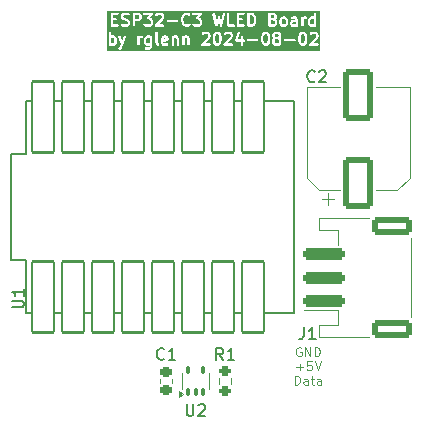
<source format=gto>
%TF.GenerationSoftware,KiCad,Pcbnew,8.0.4*%
%TF.CreationDate,2024-08-07T00:27:04-04:00*%
%TF.ProjectId,esp32c3-wled,65737033-3263-4332-9d77-6c65642e6b69,rev?*%
%TF.SameCoordinates,Original*%
%TF.FileFunction,Legend,Top*%
%TF.FilePolarity,Positive*%
%FSLAX46Y46*%
G04 Gerber Fmt 4.6, Leading zero omitted, Abs format (unit mm)*
G04 Created by KiCad (PCBNEW 8.0.4) date 2024-08-07 00:27:04*
%MOMM*%
%LPD*%
G01*
G04 APERTURE LIST*
G04 Aperture macros list*
%AMRoundRect*
0 Rectangle with rounded corners*
0 $1 Rounding radius*
0 $2 $3 $4 $5 $6 $7 $8 $9 X,Y pos of 4 corners*
0 Add a 4 corners polygon primitive as box body*
4,1,4,$2,$3,$4,$5,$6,$7,$8,$9,$2,$3,0*
0 Add four circle primitives for the rounded corners*
1,1,$1+$1,$2,$3*
1,1,$1+$1,$4,$5*
1,1,$1+$1,$6,$7*
1,1,$1+$1,$8,$9*
0 Add four rect primitives between the rounded corners*
20,1,$1+$1,$2,$3,$4,$5,0*
20,1,$1+$1,$4,$5,$6,$7,0*
20,1,$1+$1,$6,$7,$8,$9,0*
20,1,$1+$1,$8,$9,$2,$3,0*%
G04 Aperture macros list end*
%ADD10C,0.100000*%
%ADD11C,0.200000*%
%ADD12C,0.150000*%
%ADD13C,0.127000*%
%ADD14C,0.120000*%
%ADD15RoundRect,0.102000X0.952500X-3.000000X0.952500X3.000000X-0.952500X3.000000X-0.952500X-3.000000X0*%
%ADD16RoundRect,0.225000X-0.250000X0.225000X-0.250000X-0.225000X0.250000X-0.225000X0.250000X0.225000X0*%
%ADD17C,3.200000*%
%ADD18RoundRect,0.100000X0.100000X-0.225000X0.100000X0.225000X-0.100000X0.225000X-0.100000X-0.225000X0*%
%ADD19RoundRect,0.250000X1.500000X-0.250000X1.500000X0.250000X-1.500000X0.250000X-1.500000X-0.250000X0*%
%ADD20RoundRect,0.250001X1.449999X-0.499999X1.449999X0.499999X-1.449999X0.499999X-1.449999X-0.499999X0*%
%ADD21RoundRect,0.200000X0.275000X-0.200000X0.275000X0.200000X-0.275000X0.200000X-0.275000X-0.200000X0*%
%ADD22RoundRect,0.250000X1.000000X-1.950000X1.000000X1.950000X-1.000000X1.950000X-1.000000X-1.950000X0*%
G04 APERTURE END LIST*
D10*
X181428571Y-111920020D02*
X181357143Y-111884306D01*
X181357143Y-111884306D02*
X181250000Y-111884306D01*
X181250000Y-111884306D02*
X181142857Y-111920020D01*
X181142857Y-111920020D02*
X181071428Y-111991449D01*
X181071428Y-111991449D02*
X181035714Y-112062877D01*
X181035714Y-112062877D02*
X181000000Y-112205734D01*
X181000000Y-112205734D02*
X181000000Y-112312877D01*
X181000000Y-112312877D02*
X181035714Y-112455734D01*
X181035714Y-112455734D02*
X181071428Y-112527163D01*
X181071428Y-112527163D02*
X181142857Y-112598592D01*
X181142857Y-112598592D02*
X181250000Y-112634306D01*
X181250000Y-112634306D02*
X181321428Y-112634306D01*
X181321428Y-112634306D02*
X181428571Y-112598592D01*
X181428571Y-112598592D02*
X181464285Y-112562877D01*
X181464285Y-112562877D02*
X181464285Y-112312877D01*
X181464285Y-112312877D02*
X181321428Y-112312877D01*
X181785714Y-112634306D02*
X181785714Y-111884306D01*
X181785714Y-111884306D02*
X182214285Y-112634306D01*
X182214285Y-112634306D02*
X182214285Y-111884306D01*
X182571428Y-112634306D02*
X182571428Y-111884306D01*
X182571428Y-111884306D02*
X182749999Y-111884306D01*
X182749999Y-111884306D02*
X182857142Y-111920020D01*
X182857142Y-111920020D02*
X182928571Y-111991449D01*
X182928571Y-111991449D02*
X182964285Y-112062877D01*
X182964285Y-112062877D02*
X182999999Y-112205734D01*
X182999999Y-112205734D02*
X182999999Y-112312877D01*
X182999999Y-112312877D02*
X182964285Y-112455734D01*
X182964285Y-112455734D02*
X182928571Y-112527163D01*
X182928571Y-112527163D02*
X182857142Y-112598592D01*
X182857142Y-112598592D02*
X182749999Y-112634306D01*
X182749999Y-112634306D02*
X182571428Y-112634306D01*
X181035714Y-113556050D02*
X181607143Y-113556050D01*
X181321428Y-113841764D02*
X181321428Y-113270335D01*
X182321428Y-113091764D02*
X181964285Y-113091764D01*
X181964285Y-113091764D02*
X181928571Y-113448907D01*
X181928571Y-113448907D02*
X181964285Y-113413192D01*
X181964285Y-113413192D02*
X182035714Y-113377478D01*
X182035714Y-113377478D02*
X182214285Y-113377478D01*
X182214285Y-113377478D02*
X182285714Y-113413192D01*
X182285714Y-113413192D02*
X182321428Y-113448907D01*
X182321428Y-113448907D02*
X182357142Y-113520335D01*
X182357142Y-113520335D02*
X182357142Y-113698907D01*
X182357142Y-113698907D02*
X182321428Y-113770335D01*
X182321428Y-113770335D02*
X182285714Y-113806050D01*
X182285714Y-113806050D02*
X182214285Y-113841764D01*
X182214285Y-113841764D02*
X182035714Y-113841764D01*
X182035714Y-113841764D02*
X181964285Y-113806050D01*
X181964285Y-113806050D02*
X181928571Y-113770335D01*
X182571428Y-113091764D02*
X182821428Y-113841764D01*
X182821428Y-113841764D02*
X183071428Y-113091764D01*
X180910715Y-115049222D02*
X180910715Y-114299222D01*
X180910715Y-114299222D02*
X181089286Y-114299222D01*
X181089286Y-114299222D02*
X181196429Y-114334936D01*
X181196429Y-114334936D02*
X181267858Y-114406365D01*
X181267858Y-114406365D02*
X181303572Y-114477793D01*
X181303572Y-114477793D02*
X181339286Y-114620650D01*
X181339286Y-114620650D02*
X181339286Y-114727793D01*
X181339286Y-114727793D02*
X181303572Y-114870650D01*
X181303572Y-114870650D02*
X181267858Y-114942079D01*
X181267858Y-114942079D02*
X181196429Y-115013508D01*
X181196429Y-115013508D02*
X181089286Y-115049222D01*
X181089286Y-115049222D02*
X180910715Y-115049222D01*
X181982144Y-115049222D02*
X181982144Y-114656365D01*
X181982144Y-114656365D02*
X181946429Y-114584936D01*
X181946429Y-114584936D02*
X181875001Y-114549222D01*
X181875001Y-114549222D02*
X181732144Y-114549222D01*
X181732144Y-114549222D02*
X181660715Y-114584936D01*
X181982144Y-115013508D02*
X181910715Y-115049222D01*
X181910715Y-115049222D02*
X181732144Y-115049222D01*
X181732144Y-115049222D02*
X181660715Y-115013508D01*
X181660715Y-115013508D02*
X181625001Y-114942079D01*
X181625001Y-114942079D02*
X181625001Y-114870650D01*
X181625001Y-114870650D02*
X181660715Y-114799222D01*
X181660715Y-114799222D02*
X181732144Y-114763508D01*
X181732144Y-114763508D02*
X181910715Y-114763508D01*
X181910715Y-114763508D02*
X181982144Y-114727793D01*
X182232143Y-114549222D02*
X182517857Y-114549222D01*
X182339286Y-114299222D02*
X182339286Y-114942079D01*
X182339286Y-114942079D02*
X182375000Y-115013508D01*
X182375000Y-115013508D02*
X182446429Y-115049222D01*
X182446429Y-115049222D02*
X182517857Y-115049222D01*
X183089286Y-115049222D02*
X183089286Y-114656365D01*
X183089286Y-114656365D02*
X183053571Y-114584936D01*
X183053571Y-114584936D02*
X182982143Y-114549222D01*
X182982143Y-114549222D02*
X182839286Y-114549222D01*
X182839286Y-114549222D02*
X182767857Y-114584936D01*
X183089286Y-115013508D02*
X183017857Y-115049222D01*
X183017857Y-115049222D02*
X182839286Y-115049222D01*
X182839286Y-115049222D02*
X182767857Y-115013508D01*
X182767857Y-115013508D02*
X182732143Y-114942079D01*
X182732143Y-114942079D02*
X182732143Y-114870650D01*
X182732143Y-114870650D02*
X182767857Y-114799222D01*
X182767857Y-114799222D02*
X182839286Y-114763508D01*
X182839286Y-114763508D02*
X183017857Y-114763508D01*
X183017857Y-114763508D02*
X183089286Y-114727793D01*
D11*
G36*
X168614285Y-85699946D02*
G01*
X168614285Y-86147768D01*
X168595440Y-86157191D01*
X168452178Y-86157191D01*
X168392568Y-86127386D01*
X168367901Y-86102718D01*
X168338095Y-86043106D01*
X168338095Y-85804607D01*
X168367900Y-85744997D01*
X168392568Y-85720328D01*
X168452178Y-85690524D01*
X168595440Y-85690524D01*
X168614285Y-85699946D01*
G37*
G36*
X165559810Y-85720329D02*
G01*
X165584479Y-85744997D01*
X165614284Y-85804607D01*
X165614284Y-86043107D01*
X165584479Y-86102715D01*
X165559810Y-86127385D01*
X165500201Y-86157191D01*
X165356939Y-86157191D01*
X165338094Y-86147768D01*
X165338094Y-85699946D01*
X165356939Y-85690524D01*
X165500201Y-85690524D01*
X165559810Y-85720329D01*
G37*
G36*
X170020702Y-85712679D02*
G01*
X170038152Y-85747579D01*
X169766667Y-85801876D01*
X169766667Y-85756988D01*
X169788822Y-85712678D01*
X169833131Y-85690524D01*
X169976393Y-85690524D01*
X170020702Y-85712679D01*
G37*
G36*
X174416955Y-85386996D02*
G01*
X174441624Y-85411664D01*
X174477077Y-85482571D01*
X174519048Y-85650452D01*
X174519048Y-85863928D01*
X174477077Y-86031809D01*
X174441624Y-86102715D01*
X174416955Y-86127385D01*
X174357346Y-86157191D01*
X174309322Y-86157191D01*
X174249712Y-86127386D01*
X174225045Y-86102718D01*
X174189590Y-86031809D01*
X174147620Y-85863928D01*
X174147620Y-85650453D01*
X174189590Y-85482571D01*
X174225044Y-85411664D01*
X174249712Y-85386995D01*
X174309322Y-85357191D01*
X174357346Y-85357191D01*
X174416955Y-85386996D01*
G37*
G36*
X178512193Y-85386996D02*
G01*
X178536862Y-85411664D01*
X178572315Y-85482571D01*
X178614286Y-85650452D01*
X178614286Y-85863928D01*
X178572315Y-86031809D01*
X178536862Y-86102715D01*
X178512193Y-86127385D01*
X178452584Y-86157191D01*
X178404560Y-86157191D01*
X178344950Y-86127386D01*
X178320283Y-86102718D01*
X178284828Y-86031809D01*
X178242858Y-85863928D01*
X178242858Y-85650453D01*
X178284828Y-85482571D01*
X178320282Y-85411664D01*
X178344950Y-85386995D01*
X178404560Y-85357191D01*
X178452584Y-85357191D01*
X178512193Y-85386996D01*
G37*
G36*
X179512193Y-85815567D02*
G01*
X179536862Y-85840235D01*
X179566667Y-85899845D01*
X179566667Y-86043107D01*
X179536862Y-86102715D01*
X179512193Y-86127385D01*
X179452584Y-86157191D01*
X179309322Y-86157191D01*
X179249712Y-86127386D01*
X179225045Y-86102718D01*
X179195239Y-86043106D01*
X179195239Y-85899845D01*
X179225044Y-85840235D01*
X179249712Y-85815566D01*
X179309322Y-85785762D01*
X179452584Y-85785762D01*
X179512193Y-85815567D01*
G37*
G36*
X179512193Y-85386996D02*
G01*
X179536862Y-85411664D01*
X179566667Y-85471274D01*
X179566667Y-85471679D01*
X179536862Y-85531288D01*
X179512193Y-85555956D01*
X179452584Y-85585762D01*
X179309322Y-85585762D01*
X179249712Y-85555957D01*
X179225044Y-85531288D01*
X179195239Y-85471678D01*
X179195239Y-85471274D01*
X179225044Y-85411664D01*
X179249712Y-85386995D01*
X179309322Y-85357191D01*
X179452584Y-85357191D01*
X179512193Y-85386996D01*
G37*
G36*
X181655050Y-85386996D02*
G01*
X181679719Y-85411664D01*
X181715172Y-85482571D01*
X181757143Y-85650452D01*
X181757143Y-85863928D01*
X181715172Y-86031809D01*
X181679719Y-86102715D01*
X181655050Y-86127385D01*
X181595441Y-86157191D01*
X181547417Y-86157191D01*
X181487807Y-86127386D01*
X181463140Y-86102718D01*
X181427685Y-86031809D01*
X181385715Y-85863928D01*
X181385715Y-85650453D01*
X181427685Y-85482571D01*
X181463139Y-85411664D01*
X181487807Y-85386995D01*
X181547417Y-85357191D01*
X181595441Y-85357191D01*
X181655050Y-85386996D01*
G37*
G36*
X177303122Y-83782268D02*
G01*
X177370195Y-83849341D01*
X177405647Y-83920246D01*
X177447618Y-84088127D01*
X177447618Y-84206365D01*
X177405647Y-84374246D01*
X177370194Y-84445152D01*
X177303123Y-84512225D01*
X177198058Y-84547247D01*
X177076190Y-84547247D01*
X177076190Y-83747247D01*
X177198058Y-83747247D01*
X177303122Y-83782268D01*
G37*
G36*
X179160266Y-84258458D02*
G01*
X179179718Y-84277910D01*
X179209523Y-84337520D01*
X179209523Y-84433163D01*
X179179718Y-84492771D01*
X179155049Y-84517441D01*
X179095440Y-84547247D01*
X178838095Y-84547247D01*
X178838095Y-84223437D01*
X179055201Y-84223437D01*
X179160266Y-84258458D01*
G37*
G36*
X179107430Y-83777052D02*
G01*
X179132099Y-83801720D01*
X179161904Y-83861330D01*
X179161904Y-83909354D01*
X179132099Y-83968963D01*
X179107430Y-83993631D01*
X179047821Y-84023437D01*
X178838095Y-84023437D01*
X178838095Y-83747247D01*
X179047821Y-83747247D01*
X179107430Y-83777052D01*
G37*
G36*
X180059811Y-84110385D02*
G01*
X180084480Y-84135053D01*
X180114285Y-84194663D01*
X180114285Y-84433163D01*
X180084480Y-84492771D01*
X180059811Y-84517441D01*
X180000202Y-84547247D01*
X179904559Y-84547247D01*
X179844949Y-84517442D01*
X179820282Y-84492774D01*
X179790476Y-84433162D01*
X179790476Y-84194663D01*
X179820281Y-84135053D01*
X179844949Y-84110384D01*
X179904559Y-84080580D01*
X180000202Y-84080580D01*
X180059811Y-84110385D01*
G37*
G36*
X180971428Y-84537824D02*
G01*
X180952583Y-84547247D01*
X180761702Y-84547247D01*
X180717392Y-84525092D01*
X180695238Y-84480782D01*
X180695238Y-84432758D01*
X180717393Y-84388448D01*
X180761702Y-84366294D01*
X180971428Y-84366294D01*
X180971428Y-84537824D01*
G37*
G36*
X182495238Y-84090002D02*
G01*
X182495238Y-84537824D01*
X182476393Y-84547247D01*
X182333131Y-84547247D01*
X182273521Y-84517442D01*
X182248854Y-84492774D01*
X182219048Y-84433162D01*
X182219048Y-84194663D01*
X182248853Y-84135053D01*
X182273521Y-84110384D01*
X182333131Y-84080580D01*
X182476393Y-84080580D01*
X182495238Y-84090002D01*
G37*
G36*
X167678858Y-83777052D02*
G01*
X167703527Y-83801720D01*
X167733332Y-83861330D01*
X167733332Y-83956973D01*
X167703527Y-84016582D01*
X167678858Y-84041250D01*
X167619249Y-84071056D01*
X167361904Y-84071056D01*
X167361904Y-83747247D01*
X167619249Y-83747247D01*
X167678858Y-83777052D01*
G37*
G36*
X183020635Y-86801635D02*
G01*
X165026983Y-86801635D01*
X165026983Y-86578017D01*
X165948403Y-86578017D01*
X165951169Y-86616937D01*
X165968618Y-86651836D01*
X165998095Y-86677400D01*
X166035111Y-86689739D01*
X166074031Y-86686973D01*
X166092339Y-86679967D01*
X166187577Y-86632348D01*
X166195973Y-86627062D01*
X166198413Y-86626052D01*
X166201159Y-86623798D01*
X166204167Y-86621905D01*
X166205896Y-86619910D01*
X166213567Y-86613616D01*
X166261185Y-86565997D01*
X166273622Y-86550844D01*
X166273859Y-86550269D01*
X166274294Y-86549825D01*
X166283323Y-86532425D01*
X166378561Y-86294330D01*
X166379085Y-86292523D01*
X166379887Y-86290825D01*
X166617982Y-85624158D01*
X166622735Y-85605139D01*
X166622008Y-85590524D01*
X167566666Y-85590524D01*
X167566666Y-86257191D01*
X167568587Y-86276700D01*
X167583519Y-86312748D01*
X167611109Y-86340338D01*
X167647157Y-86355270D01*
X167686175Y-86355270D01*
X167722223Y-86340338D01*
X167749813Y-86312748D01*
X167764745Y-86276700D01*
X167766666Y-86257191D01*
X167766666Y-85804607D01*
X167778470Y-85781000D01*
X168138095Y-85781000D01*
X168138095Y-86066714D01*
X168140016Y-86086223D01*
X168141391Y-86089543D01*
X168141646Y-86093127D01*
X168148652Y-86111435D01*
X168196271Y-86206673D01*
X168201554Y-86215065D01*
X168202566Y-86217509D01*
X168204822Y-86220258D01*
X168206714Y-86223263D01*
X168208708Y-86224992D01*
X168215003Y-86232662D01*
X168262621Y-86280282D01*
X168270289Y-86286575D01*
X168272021Y-86288572D01*
X168275029Y-86290465D01*
X168277775Y-86292719D01*
X168280215Y-86293729D01*
X168288612Y-86299015D01*
X168383849Y-86346634D01*
X168402158Y-86353640D01*
X168405741Y-86353894D01*
X168409062Y-86355270D01*
X168428571Y-86357191D01*
X168614285Y-86357191D01*
X168614285Y-86376441D01*
X168584480Y-86436050D01*
X168559811Y-86460718D01*
X168500202Y-86490524D01*
X168404559Y-86490524D01*
X168330435Y-86453462D01*
X168312127Y-86446456D01*
X168273207Y-86443690D01*
X168236191Y-86456029D01*
X168206714Y-86481593D01*
X168189265Y-86516492D01*
X168186499Y-86555412D01*
X168198838Y-86592428D01*
X168224402Y-86621905D01*
X168240993Y-86632348D01*
X168336230Y-86679967D01*
X168354539Y-86686973D01*
X168358122Y-86687227D01*
X168361443Y-86688603D01*
X168380952Y-86690524D01*
X168523809Y-86690524D01*
X168543318Y-86688603D01*
X168546638Y-86687227D01*
X168550222Y-86686973D01*
X168568530Y-86679967D01*
X168663768Y-86632348D01*
X168672164Y-86627062D01*
X168674604Y-86626052D01*
X168677350Y-86623798D01*
X168680358Y-86621905D01*
X168682087Y-86619910D01*
X168689758Y-86613616D01*
X168737376Y-86565997D01*
X168743668Y-86558330D01*
X168745666Y-86556598D01*
X168747559Y-86553589D01*
X168749813Y-86550844D01*
X168750823Y-86548403D01*
X168756109Y-86540007D01*
X168803728Y-86444770D01*
X168810734Y-86426461D01*
X168810988Y-86422877D01*
X168812364Y-86419557D01*
X168814285Y-86400048D01*
X168814285Y-85590524D01*
X168812364Y-85571015D01*
X168797432Y-85534967D01*
X168769842Y-85507377D01*
X168733794Y-85492445D01*
X168694776Y-85492445D01*
X168668371Y-85503382D01*
X168663768Y-85501081D01*
X168645460Y-85494075D01*
X168641876Y-85493820D01*
X168638556Y-85492445D01*
X168619047Y-85490524D01*
X168428571Y-85490524D01*
X168409062Y-85492445D01*
X168405741Y-85493820D01*
X168402158Y-85494075D01*
X168383849Y-85501081D01*
X168288612Y-85548700D01*
X168280215Y-85553985D01*
X168277775Y-85554996D01*
X168275029Y-85557249D01*
X168272021Y-85559143D01*
X168270288Y-85561140D01*
X168262622Y-85567433D01*
X168215003Y-85615051D01*
X168208708Y-85622721D01*
X168206714Y-85624451D01*
X168204820Y-85627458D01*
X168202567Y-85630205D01*
X168201556Y-85632644D01*
X168196271Y-85641041D01*
X168148652Y-85736279D01*
X168141646Y-85754587D01*
X168141391Y-85758170D01*
X168140016Y-85761491D01*
X168138095Y-85781000D01*
X167778470Y-85781000D01*
X167796471Y-85744997D01*
X167821139Y-85720328D01*
X167880749Y-85690524D01*
X167952380Y-85690524D01*
X167971889Y-85688603D01*
X168007937Y-85673671D01*
X168035527Y-85646081D01*
X168050459Y-85610033D01*
X168050459Y-85571015D01*
X168035527Y-85534967D01*
X168007937Y-85507377D01*
X167971889Y-85492445D01*
X167952380Y-85490524D01*
X167857142Y-85490524D01*
X167837633Y-85492445D01*
X167834312Y-85493820D01*
X167830729Y-85494075D01*
X167812420Y-85501081D01*
X167748091Y-85533245D01*
X167722223Y-85507377D01*
X167686175Y-85492445D01*
X167647157Y-85492445D01*
X167611109Y-85507377D01*
X167583519Y-85534967D01*
X167568587Y-85571015D01*
X167566666Y-85590524D01*
X166622008Y-85590524D01*
X166620797Y-85566169D01*
X166604094Y-85530907D01*
X166575168Y-85504721D01*
X166538423Y-85491598D01*
X166499453Y-85493535D01*
X166464191Y-85510239D01*
X166438004Y-85539164D01*
X166429634Y-85556891D01*
X166285713Y-85959869D01*
X166141792Y-85556890D01*
X166133422Y-85539164D01*
X166107235Y-85510238D01*
X166071973Y-85493535D01*
X166033003Y-85491597D01*
X165996258Y-85504720D01*
X165967332Y-85530907D01*
X165950629Y-85566169D01*
X165948691Y-85605139D01*
X165953444Y-85624158D01*
X166178811Y-86255186D01*
X166105249Y-86439089D01*
X166083620Y-86460718D01*
X166002897Y-86501081D01*
X165986306Y-86511524D01*
X165960742Y-86541001D01*
X165948403Y-86578017D01*
X165026983Y-86578017D01*
X165026983Y-85257191D01*
X165138094Y-85257191D01*
X165138094Y-86257191D01*
X165140015Y-86276700D01*
X165154947Y-86312748D01*
X165182537Y-86340338D01*
X165218585Y-86355270D01*
X165257603Y-86355270D01*
X165284007Y-86344332D01*
X165288610Y-86346634D01*
X165306919Y-86353640D01*
X165310502Y-86353894D01*
X165313823Y-86355270D01*
X165333332Y-86357191D01*
X165523808Y-86357191D01*
X165543317Y-86355270D01*
X165546637Y-86353894D01*
X165550221Y-86353640D01*
X165568529Y-86346634D01*
X165663767Y-86299015D01*
X165672162Y-86293730D01*
X165674604Y-86292719D01*
X165677351Y-86290463D01*
X165680357Y-86288572D01*
X165682087Y-86286577D01*
X165689757Y-86280282D01*
X165737376Y-86232662D01*
X165743668Y-86224995D01*
X165745665Y-86223264D01*
X165747558Y-86220256D01*
X165749813Y-86217509D01*
X165750824Y-86215067D01*
X165756108Y-86206673D01*
X165803727Y-86111436D01*
X165810733Y-86093127D01*
X165810987Y-86089543D01*
X165812363Y-86086223D01*
X165814284Y-86066714D01*
X165814284Y-85781000D01*
X165812363Y-85761491D01*
X165810987Y-85758170D01*
X165810733Y-85754587D01*
X165803727Y-85736278D01*
X165756108Y-85641041D01*
X165750822Y-85632644D01*
X165749812Y-85630204D01*
X165747558Y-85627458D01*
X165745665Y-85624450D01*
X165743667Y-85622717D01*
X165737375Y-85615051D01*
X165689757Y-85567432D01*
X165682086Y-85561137D01*
X165680357Y-85559143D01*
X165677349Y-85557249D01*
X165674603Y-85554996D01*
X165672163Y-85553985D01*
X165663767Y-85548700D01*
X165568529Y-85501081D01*
X165550221Y-85494075D01*
X165546637Y-85493820D01*
X165543317Y-85492445D01*
X165523808Y-85490524D01*
X165338094Y-85490524D01*
X165338094Y-85257191D01*
X169090476Y-85257191D01*
X169090476Y-86114333D01*
X169092397Y-86133842D01*
X169093772Y-86137162D01*
X169094027Y-86140745D01*
X169101033Y-86159054D01*
X169148652Y-86254293D01*
X169150705Y-86257556D01*
X169151219Y-86259095D01*
X169152881Y-86261011D01*
X169159095Y-86270883D01*
X169168566Y-86279097D01*
X169176783Y-86288572D01*
X169186653Y-86294784D01*
X169188571Y-86296448D01*
X169190111Y-86296961D01*
X169193374Y-86299015D01*
X169288611Y-86346634D01*
X169306920Y-86353640D01*
X169345840Y-86356406D01*
X169382856Y-86344067D01*
X169412333Y-86318502D01*
X169429782Y-86283604D01*
X169432547Y-86244684D01*
X169420209Y-86207668D01*
X169394644Y-86178191D01*
X169378054Y-86167748D01*
X169312630Y-86135036D01*
X169290476Y-86090726D01*
X169290476Y-85733381D01*
X169566667Y-85733381D01*
X169566667Y-86114333D01*
X169568588Y-86133842D01*
X169569963Y-86137162D01*
X169570218Y-86140745D01*
X169577224Y-86159054D01*
X169624843Y-86254293D01*
X169626896Y-86257556D01*
X169627410Y-86259095D01*
X169629072Y-86261011D01*
X169635286Y-86270883D01*
X169644757Y-86279097D01*
X169652974Y-86288572D01*
X169662844Y-86294784D01*
X169664762Y-86296448D01*
X169666302Y-86296961D01*
X169669565Y-86299015D01*
X169764802Y-86346634D01*
X169783111Y-86353640D01*
X169786694Y-86353894D01*
X169790015Y-86355270D01*
X169809524Y-86357191D01*
X170000000Y-86357191D01*
X170019509Y-86355270D01*
X170022829Y-86353894D01*
X170026413Y-86353640D01*
X170044721Y-86346634D01*
X170139959Y-86299015D01*
X170156549Y-86288572D01*
X170182114Y-86259095D01*
X170194452Y-86222079D01*
X170191687Y-86183159D01*
X170174238Y-86148261D01*
X170144761Y-86122696D01*
X170107745Y-86110357D01*
X170068825Y-86113123D01*
X170050516Y-86120129D01*
X169976393Y-86157191D01*
X169833131Y-86157191D01*
X169788821Y-86135036D01*
X169766667Y-86090726D01*
X169766667Y-86005837D01*
X170162363Y-85926698D01*
X170162366Y-85926698D01*
X170162368Y-85926696D01*
X170162468Y-85926677D01*
X170181222Y-85920967D01*
X170189362Y-85915515D01*
X170198414Y-85911766D01*
X170205415Y-85904764D01*
X170213641Y-85899256D01*
X170219075Y-85891104D01*
X170226004Y-85884176D01*
X170229793Y-85875028D01*
X170235285Y-85866791D01*
X170237186Y-85857180D01*
X170240936Y-85848128D01*
X170242857Y-85828619D01*
X170242857Y-85733381D01*
X170240936Y-85713872D01*
X170239560Y-85710551D01*
X170239306Y-85706968D01*
X170232300Y-85688659D01*
X170184681Y-85593422D01*
X170182856Y-85590524D01*
X170471429Y-85590524D01*
X170471429Y-86257191D01*
X170473350Y-86276700D01*
X170488282Y-86312748D01*
X170515872Y-86340338D01*
X170551920Y-86355270D01*
X170590938Y-86355270D01*
X170626986Y-86340338D01*
X170654576Y-86312748D01*
X170669508Y-86276700D01*
X170671429Y-86257191D01*
X170671429Y-85727183D01*
X170678283Y-85720328D01*
X170737893Y-85690524D01*
X170833536Y-85690524D01*
X170877845Y-85712679D01*
X170900000Y-85756988D01*
X170900000Y-86257191D01*
X170901921Y-86276700D01*
X170916853Y-86312748D01*
X170944443Y-86340338D01*
X170980491Y-86355270D01*
X171019509Y-86355270D01*
X171055557Y-86340338D01*
X171083147Y-86312748D01*
X171098079Y-86276700D01*
X171100000Y-86257191D01*
X171100000Y-85733381D01*
X171098079Y-85713872D01*
X171096703Y-85710551D01*
X171096449Y-85706968D01*
X171089443Y-85688659D01*
X171041824Y-85593422D01*
X171039999Y-85590524D01*
X171376191Y-85590524D01*
X171376191Y-86257191D01*
X171378112Y-86276700D01*
X171393044Y-86312748D01*
X171420634Y-86340338D01*
X171456682Y-86355270D01*
X171495700Y-86355270D01*
X171531748Y-86340338D01*
X171559338Y-86312748D01*
X171574270Y-86276700D01*
X171576191Y-86257191D01*
X171576191Y-85727183D01*
X171583045Y-85720328D01*
X171642655Y-85690524D01*
X171738298Y-85690524D01*
X171782607Y-85712679D01*
X171804762Y-85756988D01*
X171804762Y-86257191D01*
X171806683Y-86276700D01*
X171821615Y-86312748D01*
X171849205Y-86340338D01*
X171885253Y-86355270D01*
X171924271Y-86355270D01*
X171960319Y-86340338D01*
X171987909Y-86312748D01*
X172002841Y-86276700D01*
X172004762Y-86257191D01*
X172004762Y-86237682D01*
X172949541Y-86237682D01*
X172949541Y-86276700D01*
X172964473Y-86312748D01*
X172992063Y-86340338D01*
X173028111Y-86355270D01*
X173047620Y-86357191D01*
X173666667Y-86357191D01*
X173686176Y-86355270D01*
X173722224Y-86340338D01*
X173749814Y-86312748D01*
X173764746Y-86276700D01*
X173764746Y-86237682D01*
X173749814Y-86201634D01*
X173722224Y-86174044D01*
X173686176Y-86159112D01*
X173666667Y-86157191D01*
X173289042Y-86157191D01*
X173689759Y-85756473D01*
X173702195Y-85741319D01*
X173703569Y-85738000D01*
X173705925Y-85735285D01*
X173713916Y-85717385D01*
X173740330Y-85638143D01*
X173947620Y-85638143D01*
X173947620Y-85876238D01*
X173947955Y-85879640D01*
X173947738Y-85881099D01*
X173948817Y-85888396D01*
X173949541Y-85895747D01*
X173950105Y-85897110D01*
X173950606Y-85900492D01*
X173998225Y-86090967D01*
X173998738Y-86092404D01*
X173998790Y-86093127D01*
X174001898Y-86101251D01*
X174004820Y-86109428D01*
X174005250Y-86110008D01*
X174005796Y-86111435D01*
X174053415Y-86206673D01*
X174058698Y-86215065D01*
X174059710Y-86217509D01*
X174061966Y-86220258D01*
X174063858Y-86223263D01*
X174065852Y-86224992D01*
X174072147Y-86232662D01*
X174119765Y-86280282D01*
X174127433Y-86286575D01*
X174129165Y-86288572D01*
X174132173Y-86290465D01*
X174134919Y-86292719D01*
X174137359Y-86293729D01*
X174145756Y-86299015D01*
X174240993Y-86346634D01*
X174259302Y-86353640D01*
X174262885Y-86353894D01*
X174266206Y-86355270D01*
X174285715Y-86357191D01*
X174380953Y-86357191D01*
X174400462Y-86355270D01*
X174403782Y-86353894D01*
X174407366Y-86353640D01*
X174425674Y-86346634D01*
X174520912Y-86299015D01*
X174529307Y-86293730D01*
X174531749Y-86292719D01*
X174534496Y-86290463D01*
X174537502Y-86288572D01*
X174539232Y-86286577D01*
X174546902Y-86280282D01*
X174589501Y-86237682D01*
X174854303Y-86237682D01*
X174854303Y-86276700D01*
X174869235Y-86312748D01*
X174896825Y-86340338D01*
X174932873Y-86355270D01*
X174952382Y-86357191D01*
X175571429Y-86357191D01*
X175590938Y-86355270D01*
X175626986Y-86340338D01*
X175654576Y-86312748D01*
X175669508Y-86276700D01*
X175669508Y-86237682D01*
X175654576Y-86201634D01*
X175626986Y-86174044D01*
X175590938Y-86159112D01*
X175571429Y-86157191D01*
X175193804Y-86157191D01*
X175439644Y-85911350D01*
X175853167Y-85911350D01*
X175854303Y-85927334D01*
X175854303Y-85943366D01*
X175855678Y-85946686D01*
X175855933Y-85950270D01*
X175863100Y-85964605D01*
X175869235Y-85979414D01*
X175871775Y-85981954D01*
X175873383Y-85985169D01*
X175885494Y-85995673D01*
X175896825Y-86007004D01*
X175900143Y-86008378D01*
X175902859Y-86010734D01*
X175918068Y-86015803D01*
X175932873Y-86021936D01*
X175937973Y-86022438D01*
X175939875Y-86023072D01*
X175942508Y-86022884D01*
X175952382Y-86023857D01*
X176328572Y-86023857D01*
X176328572Y-86257191D01*
X176330493Y-86276700D01*
X176345425Y-86312748D01*
X176373015Y-86340338D01*
X176409063Y-86355270D01*
X176448081Y-86355270D01*
X176484129Y-86340338D01*
X176511719Y-86312748D01*
X176526651Y-86276700D01*
X176528572Y-86257191D01*
X176528572Y-86023857D01*
X176571429Y-86023857D01*
X176590938Y-86021936D01*
X176626986Y-86007004D01*
X176654576Y-85979414D01*
X176669508Y-85943366D01*
X176669508Y-85904348D01*
X176654576Y-85868300D01*
X176643005Y-85856729D01*
X176854303Y-85856729D01*
X176854303Y-85895747D01*
X176869235Y-85931795D01*
X176896825Y-85959385D01*
X176932873Y-85974317D01*
X176952382Y-85976238D01*
X177714287Y-85976238D01*
X177733796Y-85974317D01*
X177769844Y-85959385D01*
X177797434Y-85931795D01*
X177812366Y-85895747D01*
X177812366Y-85856729D01*
X177797434Y-85820681D01*
X177769844Y-85793091D01*
X177733796Y-85778159D01*
X177714287Y-85776238D01*
X176952382Y-85776238D01*
X176932873Y-85778159D01*
X176896825Y-85793091D01*
X176869235Y-85820681D01*
X176854303Y-85856729D01*
X176643005Y-85856729D01*
X176626986Y-85840710D01*
X176590938Y-85825778D01*
X176571429Y-85823857D01*
X176528572Y-85823857D01*
X176528572Y-85638143D01*
X178042858Y-85638143D01*
X178042858Y-85876238D01*
X178043193Y-85879640D01*
X178042976Y-85881099D01*
X178044055Y-85888396D01*
X178044779Y-85895747D01*
X178045343Y-85897110D01*
X178045844Y-85900492D01*
X178093463Y-86090967D01*
X178093976Y-86092404D01*
X178094028Y-86093127D01*
X178097136Y-86101251D01*
X178100058Y-86109428D01*
X178100488Y-86110008D01*
X178101034Y-86111435D01*
X178148653Y-86206673D01*
X178153936Y-86215065D01*
X178154948Y-86217509D01*
X178157204Y-86220258D01*
X178159096Y-86223263D01*
X178161090Y-86224992D01*
X178167385Y-86232662D01*
X178215003Y-86280282D01*
X178222671Y-86286575D01*
X178224403Y-86288572D01*
X178227411Y-86290465D01*
X178230157Y-86292719D01*
X178232597Y-86293729D01*
X178240994Y-86299015D01*
X178336231Y-86346634D01*
X178354540Y-86353640D01*
X178358123Y-86353894D01*
X178361444Y-86355270D01*
X178380953Y-86357191D01*
X178476191Y-86357191D01*
X178495700Y-86355270D01*
X178499020Y-86353894D01*
X178502604Y-86353640D01*
X178520912Y-86346634D01*
X178616150Y-86299015D01*
X178624545Y-86293730D01*
X178626987Y-86292719D01*
X178629734Y-86290463D01*
X178632740Y-86288572D01*
X178634470Y-86286577D01*
X178642140Y-86280282D01*
X178689759Y-86232662D01*
X178696051Y-86224995D01*
X178698048Y-86223264D01*
X178699941Y-86220256D01*
X178702196Y-86217509D01*
X178703207Y-86215067D01*
X178708491Y-86206673D01*
X178756110Y-86111436D01*
X178756656Y-86110007D01*
X178757086Y-86109428D01*
X178760007Y-86101251D01*
X178763116Y-86093127D01*
X178763167Y-86092406D01*
X178763681Y-86090968D01*
X178811300Y-85900492D01*
X178811800Y-85897110D01*
X178812365Y-85895747D01*
X178813088Y-85888396D01*
X178814168Y-85881099D01*
X178813950Y-85879640D01*
X178814286Y-85876238D01*
X178814286Y-85638143D01*
X178813950Y-85634740D01*
X178814168Y-85633282D01*
X178813088Y-85625984D01*
X178812365Y-85618634D01*
X178811800Y-85617270D01*
X178811300Y-85613889D01*
X178769744Y-85447667D01*
X178995239Y-85447667D01*
X178995239Y-85495286D01*
X178997160Y-85514795D01*
X178998535Y-85518115D01*
X178998790Y-85521699D01*
X179005796Y-85540007D01*
X179053415Y-85635245D01*
X179058700Y-85643641D01*
X179059711Y-85646081D01*
X179061964Y-85648827D01*
X179063858Y-85651835D01*
X179065852Y-85653564D01*
X179072147Y-85661235D01*
X179096674Y-85685762D01*
X179072147Y-85710289D01*
X179065852Y-85717959D01*
X179063858Y-85719689D01*
X179061964Y-85722696D01*
X179059711Y-85725443D01*
X179058700Y-85727882D01*
X179053415Y-85736279D01*
X179005796Y-85831517D01*
X178998790Y-85849825D01*
X178998535Y-85853408D01*
X178997160Y-85856729D01*
X178995239Y-85876238D01*
X178995239Y-86066714D01*
X178997160Y-86086223D01*
X178998535Y-86089543D01*
X178998790Y-86093127D01*
X179005796Y-86111435D01*
X179053415Y-86206673D01*
X179058698Y-86215065D01*
X179059710Y-86217509D01*
X179061966Y-86220258D01*
X179063858Y-86223263D01*
X179065852Y-86224992D01*
X179072147Y-86232662D01*
X179119765Y-86280282D01*
X179127433Y-86286575D01*
X179129165Y-86288572D01*
X179132173Y-86290465D01*
X179134919Y-86292719D01*
X179137359Y-86293729D01*
X179145756Y-86299015D01*
X179240993Y-86346634D01*
X179259302Y-86353640D01*
X179262885Y-86353894D01*
X179266206Y-86355270D01*
X179285715Y-86357191D01*
X179476191Y-86357191D01*
X179495700Y-86355270D01*
X179499020Y-86353894D01*
X179502604Y-86353640D01*
X179520912Y-86346634D01*
X179616150Y-86299015D01*
X179624545Y-86293730D01*
X179626987Y-86292719D01*
X179629734Y-86290463D01*
X179632740Y-86288572D01*
X179634470Y-86286577D01*
X179642140Y-86280282D01*
X179689759Y-86232662D01*
X179696051Y-86224995D01*
X179698048Y-86223264D01*
X179699941Y-86220256D01*
X179702196Y-86217509D01*
X179703207Y-86215067D01*
X179708491Y-86206673D01*
X179756110Y-86111436D01*
X179763116Y-86093127D01*
X179763370Y-86089543D01*
X179764746Y-86086223D01*
X179766667Y-86066714D01*
X179766667Y-85876238D01*
X179764746Y-85856729D01*
X179997160Y-85856729D01*
X179997160Y-85895747D01*
X180012092Y-85931795D01*
X180039682Y-85959385D01*
X180075730Y-85974317D01*
X180095239Y-85976238D01*
X180857144Y-85976238D01*
X180876653Y-85974317D01*
X180912701Y-85959385D01*
X180940291Y-85931795D01*
X180955223Y-85895747D01*
X180955223Y-85856729D01*
X180940291Y-85820681D01*
X180912701Y-85793091D01*
X180876653Y-85778159D01*
X180857144Y-85776238D01*
X180095239Y-85776238D01*
X180075730Y-85778159D01*
X180039682Y-85793091D01*
X180012092Y-85820681D01*
X179997160Y-85856729D01*
X179764746Y-85856729D01*
X179763370Y-85853408D01*
X179763116Y-85849825D01*
X179756110Y-85831516D01*
X179708491Y-85736279D01*
X179703205Y-85727882D01*
X179702195Y-85725442D01*
X179699941Y-85722696D01*
X179698048Y-85719688D01*
X179696050Y-85717955D01*
X179689758Y-85710289D01*
X179665231Y-85685762D01*
X179689758Y-85661235D01*
X179696050Y-85653568D01*
X179698048Y-85651836D01*
X179699941Y-85648827D01*
X179702195Y-85646082D01*
X179703205Y-85643641D01*
X179706666Y-85638143D01*
X181185715Y-85638143D01*
X181185715Y-85876238D01*
X181186050Y-85879640D01*
X181185833Y-85881099D01*
X181186912Y-85888396D01*
X181187636Y-85895747D01*
X181188200Y-85897110D01*
X181188701Y-85900492D01*
X181236320Y-86090967D01*
X181236833Y-86092404D01*
X181236885Y-86093127D01*
X181239993Y-86101251D01*
X181242915Y-86109428D01*
X181243345Y-86110008D01*
X181243891Y-86111435D01*
X181291510Y-86206673D01*
X181296793Y-86215065D01*
X181297805Y-86217509D01*
X181300061Y-86220258D01*
X181301953Y-86223263D01*
X181303947Y-86224992D01*
X181310242Y-86232662D01*
X181357860Y-86280282D01*
X181365528Y-86286575D01*
X181367260Y-86288572D01*
X181370268Y-86290465D01*
X181373014Y-86292719D01*
X181375454Y-86293729D01*
X181383851Y-86299015D01*
X181479088Y-86346634D01*
X181497397Y-86353640D01*
X181500980Y-86353894D01*
X181504301Y-86355270D01*
X181523810Y-86357191D01*
X181619048Y-86357191D01*
X181638557Y-86355270D01*
X181641877Y-86353894D01*
X181645461Y-86353640D01*
X181663769Y-86346634D01*
X181759007Y-86299015D01*
X181767402Y-86293730D01*
X181769844Y-86292719D01*
X181772591Y-86290463D01*
X181775597Y-86288572D01*
X181777327Y-86286577D01*
X181784997Y-86280282D01*
X181827596Y-86237682D01*
X182092398Y-86237682D01*
X182092398Y-86276700D01*
X182107330Y-86312748D01*
X182134920Y-86340338D01*
X182170968Y-86355270D01*
X182190477Y-86357191D01*
X182809524Y-86357191D01*
X182829033Y-86355270D01*
X182865081Y-86340338D01*
X182892671Y-86312748D01*
X182907603Y-86276700D01*
X182907603Y-86237682D01*
X182892671Y-86201634D01*
X182865081Y-86174044D01*
X182829033Y-86159112D01*
X182809524Y-86157191D01*
X182431899Y-86157191D01*
X182832616Y-85756473D01*
X182845052Y-85741319D01*
X182846426Y-85738000D01*
X182848782Y-85735285D01*
X182856773Y-85717385D01*
X182904392Y-85574528D01*
X182906591Y-85564855D01*
X182907603Y-85562414D01*
X182907951Y-85558876D01*
X182908739Y-85555413D01*
X182908551Y-85552778D01*
X182909524Y-85542905D01*
X182909524Y-85447667D01*
X182907603Y-85428158D01*
X182906227Y-85424837D01*
X182905973Y-85421254D01*
X182898967Y-85402945D01*
X182851348Y-85307708D01*
X182846062Y-85299311D01*
X182845052Y-85296871D01*
X182842798Y-85294125D01*
X182840905Y-85291117D01*
X182838907Y-85289384D01*
X182832615Y-85281718D01*
X182784997Y-85234099D01*
X182777326Y-85227804D01*
X182775597Y-85225810D01*
X182772589Y-85223916D01*
X182769843Y-85221663D01*
X182767403Y-85220652D01*
X182759007Y-85215367D01*
X182663769Y-85167748D01*
X182645461Y-85160742D01*
X182641877Y-85160487D01*
X182638557Y-85159112D01*
X182619048Y-85157191D01*
X182380953Y-85157191D01*
X182361444Y-85159112D01*
X182358123Y-85160487D01*
X182354540Y-85160742D01*
X182336231Y-85167748D01*
X182240994Y-85215367D01*
X182232597Y-85220652D01*
X182230157Y-85221663D01*
X182227411Y-85223916D01*
X182224403Y-85225810D01*
X182222670Y-85227807D01*
X182215004Y-85234100D01*
X182167385Y-85281718D01*
X182154949Y-85296872D01*
X182140017Y-85332920D01*
X182140017Y-85371938D01*
X182154949Y-85407986D01*
X182182539Y-85435576D01*
X182218587Y-85450508D01*
X182257605Y-85450508D01*
X182293653Y-85435576D01*
X182308807Y-85423140D01*
X182344950Y-85386995D01*
X182404560Y-85357191D01*
X182595441Y-85357191D01*
X182655050Y-85386996D01*
X182679719Y-85411664D01*
X182709524Y-85471274D01*
X182709524Y-85526678D01*
X182674502Y-85631742D01*
X182119766Y-86186480D01*
X182107330Y-86201634D01*
X182092398Y-86237682D01*
X181827596Y-86237682D01*
X181832616Y-86232662D01*
X181838908Y-86224995D01*
X181840905Y-86223264D01*
X181842798Y-86220256D01*
X181845053Y-86217509D01*
X181846064Y-86215067D01*
X181851348Y-86206673D01*
X181898967Y-86111436D01*
X181899513Y-86110007D01*
X181899943Y-86109428D01*
X181902864Y-86101251D01*
X181905973Y-86093127D01*
X181906024Y-86092406D01*
X181906538Y-86090968D01*
X181954157Y-85900492D01*
X181954657Y-85897110D01*
X181955222Y-85895747D01*
X181955945Y-85888396D01*
X181957025Y-85881099D01*
X181956807Y-85879640D01*
X181957143Y-85876238D01*
X181957143Y-85638143D01*
X181956807Y-85634740D01*
X181957025Y-85633282D01*
X181955945Y-85625984D01*
X181955222Y-85618634D01*
X181954657Y-85617270D01*
X181954157Y-85613889D01*
X181906538Y-85423413D01*
X181906024Y-85421974D01*
X181905973Y-85421254D01*
X181902864Y-85413129D01*
X181899943Y-85404953D01*
X181899513Y-85404373D01*
X181898967Y-85402945D01*
X181851348Y-85307708D01*
X181846062Y-85299311D01*
X181845052Y-85296871D01*
X181842798Y-85294125D01*
X181840905Y-85291117D01*
X181838907Y-85289384D01*
X181832615Y-85281718D01*
X181784997Y-85234099D01*
X181777326Y-85227804D01*
X181775597Y-85225810D01*
X181772589Y-85223916D01*
X181769843Y-85221663D01*
X181767403Y-85220652D01*
X181759007Y-85215367D01*
X181663769Y-85167748D01*
X181645461Y-85160742D01*
X181641877Y-85160487D01*
X181638557Y-85159112D01*
X181619048Y-85157191D01*
X181523810Y-85157191D01*
X181504301Y-85159112D01*
X181500980Y-85160487D01*
X181497397Y-85160742D01*
X181479088Y-85167748D01*
X181383851Y-85215367D01*
X181375454Y-85220652D01*
X181373014Y-85221663D01*
X181370268Y-85223916D01*
X181367260Y-85225810D01*
X181365527Y-85227807D01*
X181357861Y-85234100D01*
X181310242Y-85281718D01*
X181303947Y-85289388D01*
X181301953Y-85291118D01*
X181300059Y-85294125D01*
X181297806Y-85296872D01*
X181296795Y-85299311D01*
X181291510Y-85307708D01*
X181243891Y-85402946D01*
X181243345Y-85404372D01*
X181242915Y-85404953D01*
X181239993Y-85413129D01*
X181236885Y-85421254D01*
X181236833Y-85421976D01*
X181236320Y-85423414D01*
X181188701Y-85613889D01*
X181188200Y-85617270D01*
X181187636Y-85618634D01*
X181186912Y-85625984D01*
X181185833Y-85633282D01*
X181186050Y-85634740D01*
X181185715Y-85638143D01*
X179706666Y-85638143D01*
X179708491Y-85635245D01*
X179756110Y-85540008D01*
X179763116Y-85521699D01*
X179763370Y-85518115D01*
X179764746Y-85514795D01*
X179766667Y-85495286D01*
X179766667Y-85447667D01*
X179764746Y-85428158D01*
X179763370Y-85424837D01*
X179763116Y-85421254D01*
X179756110Y-85402945D01*
X179708491Y-85307708D01*
X179703205Y-85299311D01*
X179702195Y-85296871D01*
X179699941Y-85294125D01*
X179698048Y-85291117D01*
X179696050Y-85289384D01*
X179689758Y-85281718D01*
X179642140Y-85234099D01*
X179634469Y-85227804D01*
X179632740Y-85225810D01*
X179629732Y-85223916D01*
X179626986Y-85221663D01*
X179624546Y-85220652D01*
X179616150Y-85215367D01*
X179520912Y-85167748D01*
X179502604Y-85160742D01*
X179499020Y-85160487D01*
X179495700Y-85159112D01*
X179476191Y-85157191D01*
X179285715Y-85157191D01*
X179266206Y-85159112D01*
X179262885Y-85160487D01*
X179259302Y-85160742D01*
X179240993Y-85167748D01*
X179145756Y-85215367D01*
X179137359Y-85220652D01*
X179134919Y-85221663D01*
X179132173Y-85223916D01*
X179129165Y-85225810D01*
X179127432Y-85227807D01*
X179119766Y-85234100D01*
X179072147Y-85281718D01*
X179065852Y-85289388D01*
X179063858Y-85291118D01*
X179061964Y-85294125D01*
X179059711Y-85296872D01*
X179058700Y-85299311D01*
X179053415Y-85307708D01*
X179005796Y-85402946D01*
X178998790Y-85421254D01*
X178998535Y-85424837D01*
X178997160Y-85428158D01*
X178995239Y-85447667D01*
X178769744Y-85447667D01*
X178763681Y-85423413D01*
X178763167Y-85421974D01*
X178763116Y-85421254D01*
X178760007Y-85413129D01*
X178757086Y-85404953D01*
X178756656Y-85404373D01*
X178756110Y-85402945D01*
X178708491Y-85307708D01*
X178703205Y-85299311D01*
X178702195Y-85296871D01*
X178699941Y-85294125D01*
X178698048Y-85291117D01*
X178696050Y-85289384D01*
X178689758Y-85281718D01*
X178642140Y-85234099D01*
X178634469Y-85227804D01*
X178632740Y-85225810D01*
X178629732Y-85223916D01*
X178626986Y-85221663D01*
X178624546Y-85220652D01*
X178616150Y-85215367D01*
X178520912Y-85167748D01*
X178502604Y-85160742D01*
X178499020Y-85160487D01*
X178495700Y-85159112D01*
X178476191Y-85157191D01*
X178380953Y-85157191D01*
X178361444Y-85159112D01*
X178358123Y-85160487D01*
X178354540Y-85160742D01*
X178336231Y-85167748D01*
X178240994Y-85215367D01*
X178232597Y-85220652D01*
X178230157Y-85221663D01*
X178227411Y-85223916D01*
X178224403Y-85225810D01*
X178222670Y-85227807D01*
X178215004Y-85234100D01*
X178167385Y-85281718D01*
X178161090Y-85289388D01*
X178159096Y-85291118D01*
X178157202Y-85294125D01*
X178154949Y-85296872D01*
X178153938Y-85299311D01*
X178148653Y-85307708D01*
X178101034Y-85402946D01*
X178100488Y-85404372D01*
X178100058Y-85404953D01*
X178097136Y-85413129D01*
X178094028Y-85421254D01*
X178093976Y-85421976D01*
X178093463Y-85423414D01*
X178045844Y-85613889D01*
X178045343Y-85617270D01*
X178044779Y-85618634D01*
X178044055Y-85625984D01*
X178042976Y-85633282D01*
X178043193Y-85634740D01*
X178042858Y-85638143D01*
X176528572Y-85638143D01*
X176528572Y-85590524D01*
X176526651Y-85571015D01*
X176511719Y-85534967D01*
X176484129Y-85507377D01*
X176448081Y-85492445D01*
X176409063Y-85492445D01*
X176373015Y-85507377D01*
X176345425Y-85534967D01*
X176330493Y-85571015D01*
X176328572Y-85590524D01*
X176328572Y-85823857D01*
X176091124Y-85823857D01*
X176285345Y-85241195D01*
X176289692Y-85222080D01*
X176286926Y-85183160D01*
X176269476Y-85148261D01*
X176240000Y-85122696D01*
X176202984Y-85110357D01*
X176164064Y-85113124D01*
X176129165Y-85130573D01*
X176103600Y-85160049D01*
X176095609Y-85177950D01*
X175857514Y-85892234D01*
X175855314Y-85901905D01*
X175854303Y-85904348D01*
X175854303Y-85906354D01*
X175853167Y-85911350D01*
X175439644Y-85911350D01*
X175594521Y-85756473D01*
X175606957Y-85741319D01*
X175608331Y-85738000D01*
X175610687Y-85735285D01*
X175618678Y-85717385D01*
X175666297Y-85574528D01*
X175668496Y-85564855D01*
X175669508Y-85562414D01*
X175669856Y-85558876D01*
X175670644Y-85555413D01*
X175670456Y-85552778D01*
X175671429Y-85542905D01*
X175671429Y-85447667D01*
X175669508Y-85428158D01*
X175668132Y-85424837D01*
X175667878Y-85421254D01*
X175660872Y-85402945D01*
X175613253Y-85307708D01*
X175607967Y-85299311D01*
X175606957Y-85296871D01*
X175604703Y-85294125D01*
X175602810Y-85291117D01*
X175600812Y-85289384D01*
X175594520Y-85281718D01*
X175546902Y-85234099D01*
X175539231Y-85227804D01*
X175537502Y-85225810D01*
X175534494Y-85223916D01*
X175531748Y-85221663D01*
X175529308Y-85220652D01*
X175520912Y-85215367D01*
X175425674Y-85167748D01*
X175407366Y-85160742D01*
X175403782Y-85160487D01*
X175400462Y-85159112D01*
X175380953Y-85157191D01*
X175142858Y-85157191D01*
X175123349Y-85159112D01*
X175120028Y-85160487D01*
X175116445Y-85160742D01*
X175098136Y-85167748D01*
X175002899Y-85215367D01*
X174994502Y-85220652D01*
X174992062Y-85221663D01*
X174989316Y-85223916D01*
X174986308Y-85225810D01*
X174984575Y-85227807D01*
X174976909Y-85234100D01*
X174929290Y-85281718D01*
X174916854Y-85296872D01*
X174901922Y-85332920D01*
X174901922Y-85371938D01*
X174916854Y-85407986D01*
X174944444Y-85435576D01*
X174980492Y-85450508D01*
X175019510Y-85450508D01*
X175055558Y-85435576D01*
X175070712Y-85423140D01*
X175106855Y-85386995D01*
X175166465Y-85357191D01*
X175357346Y-85357191D01*
X175416955Y-85386996D01*
X175441624Y-85411664D01*
X175471429Y-85471274D01*
X175471429Y-85526678D01*
X175436407Y-85631742D01*
X174881671Y-86186480D01*
X174869235Y-86201634D01*
X174854303Y-86237682D01*
X174589501Y-86237682D01*
X174594521Y-86232662D01*
X174600813Y-86224995D01*
X174602810Y-86223264D01*
X174604703Y-86220256D01*
X174606958Y-86217509D01*
X174607969Y-86215067D01*
X174613253Y-86206673D01*
X174660872Y-86111436D01*
X174661418Y-86110007D01*
X174661848Y-86109428D01*
X174664769Y-86101251D01*
X174667878Y-86093127D01*
X174667929Y-86092406D01*
X174668443Y-86090968D01*
X174716062Y-85900492D01*
X174716562Y-85897110D01*
X174717127Y-85895747D01*
X174717850Y-85888396D01*
X174718930Y-85881099D01*
X174718712Y-85879640D01*
X174719048Y-85876238D01*
X174719048Y-85638143D01*
X174718712Y-85634740D01*
X174718930Y-85633282D01*
X174717850Y-85625984D01*
X174717127Y-85618634D01*
X174716562Y-85617270D01*
X174716062Y-85613889D01*
X174668443Y-85423413D01*
X174667929Y-85421974D01*
X174667878Y-85421254D01*
X174664769Y-85413129D01*
X174661848Y-85404953D01*
X174661418Y-85404373D01*
X174660872Y-85402945D01*
X174613253Y-85307708D01*
X174607967Y-85299311D01*
X174606957Y-85296871D01*
X174604703Y-85294125D01*
X174602810Y-85291117D01*
X174600812Y-85289384D01*
X174594520Y-85281718D01*
X174546902Y-85234099D01*
X174539231Y-85227804D01*
X174537502Y-85225810D01*
X174534494Y-85223916D01*
X174531748Y-85221663D01*
X174529308Y-85220652D01*
X174520912Y-85215367D01*
X174425674Y-85167748D01*
X174407366Y-85160742D01*
X174403782Y-85160487D01*
X174400462Y-85159112D01*
X174380953Y-85157191D01*
X174285715Y-85157191D01*
X174266206Y-85159112D01*
X174262885Y-85160487D01*
X174259302Y-85160742D01*
X174240993Y-85167748D01*
X174145756Y-85215367D01*
X174137359Y-85220652D01*
X174134919Y-85221663D01*
X174132173Y-85223916D01*
X174129165Y-85225810D01*
X174127432Y-85227807D01*
X174119766Y-85234100D01*
X174072147Y-85281718D01*
X174065852Y-85289388D01*
X174063858Y-85291118D01*
X174061964Y-85294125D01*
X174059711Y-85296872D01*
X174058700Y-85299311D01*
X174053415Y-85307708D01*
X174005796Y-85402946D01*
X174005250Y-85404372D01*
X174004820Y-85404953D01*
X174001898Y-85413129D01*
X173998790Y-85421254D01*
X173998738Y-85421976D01*
X173998225Y-85423414D01*
X173950606Y-85613889D01*
X173950105Y-85617270D01*
X173949541Y-85618634D01*
X173948817Y-85625984D01*
X173947738Y-85633282D01*
X173947955Y-85634740D01*
X173947620Y-85638143D01*
X173740330Y-85638143D01*
X173761535Y-85574528D01*
X173763734Y-85564855D01*
X173764746Y-85562414D01*
X173765094Y-85558876D01*
X173765882Y-85555413D01*
X173765694Y-85552778D01*
X173766667Y-85542905D01*
X173766667Y-85447667D01*
X173764746Y-85428158D01*
X173763370Y-85424837D01*
X173763116Y-85421254D01*
X173756110Y-85402945D01*
X173708491Y-85307708D01*
X173703205Y-85299311D01*
X173702195Y-85296871D01*
X173699941Y-85294125D01*
X173698048Y-85291117D01*
X173696050Y-85289384D01*
X173689758Y-85281718D01*
X173642140Y-85234099D01*
X173634469Y-85227804D01*
X173632740Y-85225810D01*
X173629732Y-85223916D01*
X173626986Y-85221663D01*
X173624546Y-85220652D01*
X173616150Y-85215367D01*
X173520912Y-85167748D01*
X173502604Y-85160742D01*
X173499020Y-85160487D01*
X173495700Y-85159112D01*
X173476191Y-85157191D01*
X173238096Y-85157191D01*
X173218587Y-85159112D01*
X173215266Y-85160487D01*
X173211683Y-85160742D01*
X173193374Y-85167748D01*
X173098137Y-85215367D01*
X173089740Y-85220652D01*
X173087300Y-85221663D01*
X173084554Y-85223916D01*
X173081546Y-85225810D01*
X173079813Y-85227807D01*
X173072147Y-85234100D01*
X173024528Y-85281718D01*
X173012092Y-85296872D01*
X172997160Y-85332920D01*
X172997160Y-85371938D01*
X173012092Y-85407986D01*
X173039682Y-85435576D01*
X173075730Y-85450508D01*
X173114748Y-85450508D01*
X173150796Y-85435576D01*
X173165950Y-85423140D01*
X173202093Y-85386995D01*
X173261703Y-85357191D01*
X173452584Y-85357191D01*
X173512193Y-85386996D01*
X173536862Y-85411664D01*
X173566667Y-85471274D01*
X173566667Y-85526678D01*
X173531645Y-85631742D01*
X172976909Y-86186480D01*
X172964473Y-86201634D01*
X172949541Y-86237682D01*
X172004762Y-86237682D01*
X172004762Y-85733381D01*
X172002841Y-85713872D01*
X172001465Y-85710551D01*
X172001211Y-85706968D01*
X171994205Y-85688659D01*
X171946586Y-85593422D01*
X171944531Y-85590158D01*
X171944019Y-85588620D01*
X171942357Y-85586704D01*
X171936143Y-85576831D01*
X171926667Y-85568613D01*
X171918454Y-85559143D01*
X171908582Y-85552929D01*
X171906666Y-85551267D01*
X171905127Y-85550753D01*
X171901864Y-85548700D01*
X171806626Y-85501081D01*
X171788318Y-85494075D01*
X171784734Y-85493820D01*
X171781414Y-85492445D01*
X171761905Y-85490524D01*
X171619048Y-85490524D01*
X171599539Y-85492445D01*
X171596218Y-85493820D01*
X171592635Y-85494075D01*
X171574326Y-85501081D01*
X171541743Y-85517372D01*
X171531748Y-85507377D01*
X171495700Y-85492445D01*
X171456682Y-85492445D01*
X171420634Y-85507377D01*
X171393044Y-85534967D01*
X171378112Y-85571015D01*
X171376191Y-85590524D01*
X171039999Y-85590524D01*
X171039769Y-85590158D01*
X171039257Y-85588620D01*
X171037595Y-85586704D01*
X171031381Y-85576831D01*
X171021905Y-85568613D01*
X171013692Y-85559143D01*
X171003820Y-85552929D01*
X171001904Y-85551267D01*
X171000365Y-85550753D01*
X170997102Y-85548700D01*
X170901864Y-85501081D01*
X170883556Y-85494075D01*
X170879972Y-85493820D01*
X170876652Y-85492445D01*
X170857143Y-85490524D01*
X170714286Y-85490524D01*
X170694777Y-85492445D01*
X170691456Y-85493820D01*
X170687873Y-85494075D01*
X170669564Y-85501081D01*
X170636981Y-85517372D01*
X170626986Y-85507377D01*
X170590938Y-85492445D01*
X170551920Y-85492445D01*
X170515872Y-85507377D01*
X170488282Y-85534967D01*
X170473350Y-85571015D01*
X170471429Y-85590524D01*
X170182856Y-85590524D01*
X170182626Y-85590158D01*
X170182114Y-85588620D01*
X170180452Y-85586704D01*
X170174238Y-85576831D01*
X170164762Y-85568613D01*
X170156549Y-85559143D01*
X170146677Y-85552929D01*
X170144761Y-85551267D01*
X170143222Y-85550753D01*
X170139959Y-85548700D01*
X170044721Y-85501081D01*
X170026413Y-85494075D01*
X170022829Y-85493820D01*
X170019509Y-85492445D01*
X170000000Y-85490524D01*
X169809524Y-85490524D01*
X169790015Y-85492445D01*
X169786694Y-85493820D01*
X169783111Y-85494075D01*
X169764802Y-85501081D01*
X169669565Y-85548700D01*
X169666301Y-85550754D01*
X169664763Y-85551267D01*
X169662847Y-85552928D01*
X169652974Y-85559143D01*
X169644756Y-85568618D01*
X169635286Y-85576832D01*
X169629072Y-85586703D01*
X169627410Y-85588620D01*
X169626896Y-85590158D01*
X169624843Y-85593422D01*
X169577224Y-85688660D01*
X169570218Y-85706968D01*
X169569963Y-85710551D01*
X169568588Y-85713872D01*
X169566667Y-85733381D01*
X169290476Y-85733381D01*
X169290476Y-85257191D01*
X169288555Y-85237682D01*
X169273623Y-85201634D01*
X169246033Y-85174044D01*
X169209985Y-85159112D01*
X169170967Y-85159112D01*
X169134919Y-85174044D01*
X169107329Y-85201634D01*
X169092397Y-85237682D01*
X169090476Y-85257191D01*
X165338094Y-85257191D01*
X165336173Y-85237682D01*
X165321241Y-85201634D01*
X165293651Y-85174044D01*
X165257603Y-85159112D01*
X165218585Y-85159112D01*
X165182537Y-85174044D01*
X165154947Y-85201634D01*
X165140015Y-85237682D01*
X165138094Y-85257191D01*
X165026983Y-85257191D01*
X165026983Y-83647247D01*
X165304761Y-83647247D01*
X165304761Y-84647247D01*
X165306682Y-84666756D01*
X165321614Y-84702804D01*
X165349204Y-84730394D01*
X165385252Y-84745326D01*
X165404761Y-84747247D01*
X165880951Y-84747247D01*
X165900460Y-84745326D01*
X165936508Y-84730394D01*
X165964098Y-84702804D01*
X165979030Y-84666756D01*
X165979030Y-84627738D01*
X165964098Y-84591690D01*
X165936508Y-84564100D01*
X165900460Y-84549168D01*
X165880951Y-84547247D01*
X165504761Y-84547247D01*
X165504761Y-84223437D01*
X165738094Y-84223437D01*
X165757603Y-84221516D01*
X165793651Y-84206584D01*
X165821241Y-84178994D01*
X165836173Y-84142946D01*
X165836173Y-84103928D01*
X165821241Y-84067880D01*
X165793651Y-84040290D01*
X165757603Y-84025358D01*
X165738094Y-84023437D01*
X165504761Y-84023437D01*
X165504761Y-83837723D01*
X166161904Y-83837723D01*
X166161904Y-83932961D01*
X166163825Y-83952470D01*
X166165200Y-83955790D01*
X166165455Y-83959374D01*
X166172461Y-83977682D01*
X166220080Y-84072920D01*
X166225365Y-84081316D01*
X166226376Y-84083756D01*
X166228629Y-84086502D01*
X166230523Y-84089510D01*
X166232517Y-84091239D01*
X166238812Y-84098910D01*
X166286431Y-84146528D01*
X166294097Y-84152820D01*
X166295830Y-84154818D01*
X166298838Y-84156711D01*
X166301584Y-84158965D01*
X166304024Y-84159975D01*
X166312421Y-84165261D01*
X166407658Y-84212880D01*
X166409086Y-84213426D01*
X166409666Y-84213856D01*
X166417842Y-84216777D01*
X166425967Y-84219886D01*
X166426687Y-84219937D01*
X166428126Y-84220451D01*
X166607951Y-84265407D01*
X166678858Y-84300861D01*
X166703527Y-84325529D01*
X166733332Y-84385139D01*
X166733332Y-84433163D01*
X166703527Y-84492771D01*
X166678858Y-84517441D01*
X166619249Y-84547247D01*
X166420987Y-84547247D01*
X166293527Y-84504760D01*
X166274411Y-84500413D01*
X166235491Y-84503179D01*
X166200592Y-84520629D01*
X166175027Y-84550105D01*
X166162689Y-84587121D01*
X166165455Y-84626041D01*
X166182905Y-84660940D01*
X166212381Y-84686505D01*
X166230281Y-84694496D01*
X166373138Y-84742115D01*
X166382810Y-84744314D01*
X166385252Y-84745326D01*
X166388789Y-84745674D01*
X166392253Y-84746462D01*
X166394887Y-84746274D01*
X166404761Y-84747247D01*
X166642856Y-84747247D01*
X166662365Y-84745326D01*
X166665685Y-84743950D01*
X166669269Y-84743696D01*
X166687577Y-84736690D01*
X166782815Y-84689071D01*
X166791210Y-84683786D01*
X166793652Y-84682775D01*
X166796399Y-84680519D01*
X166799405Y-84678628D01*
X166801135Y-84676633D01*
X166808805Y-84670338D01*
X166856424Y-84622718D01*
X166862716Y-84615051D01*
X166864713Y-84613320D01*
X166866606Y-84610312D01*
X166868861Y-84607565D01*
X166869872Y-84605123D01*
X166875156Y-84596729D01*
X166922775Y-84501492D01*
X166929781Y-84483183D01*
X166930035Y-84479599D01*
X166931411Y-84476279D01*
X166933332Y-84456770D01*
X166933332Y-84361532D01*
X166931411Y-84342023D01*
X166930035Y-84338702D01*
X166929781Y-84335119D01*
X166922775Y-84316810D01*
X166875156Y-84221573D01*
X166869870Y-84213176D01*
X166868860Y-84210736D01*
X166866606Y-84207990D01*
X166864713Y-84204982D01*
X166862715Y-84203249D01*
X166856423Y-84195583D01*
X166808805Y-84147964D01*
X166801134Y-84141669D01*
X166799405Y-84139675D01*
X166796397Y-84137781D01*
X166793651Y-84135528D01*
X166791211Y-84134517D01*
X166782815Y-84129232D01*
X166687577Y-84081613D01*
X166686150Y-84081067D01*
X166685570Y-84080637D01*
X166677393Y-84077715D01*
X166669269Y-84074607D01*
X166668546Y-84074555D01*
X166667109Y-84074042D01*
X166487284Y-84029085D01*
X166416377Y-83993632D01*
X166391709Y-83968963D01*
X166361904Y-83909353D01*
X166361904Y-83861330D01*
X166391709Y-83801720D01*
X166416377Y-83777051D01*
X166475987Y-83747247D01*
X166674248Y-83747247D01*
X166801709Y-83789734D01*
X166820824Y-83794081D01*
X166859744Y-83791315D01*
X166894643Y-83773865D01*
X166920208Y-83744389D01*
X166932547Y-83707373D01*
X166929780Y-83668453D01*
X166919177Y-83647247D01*
X167161904Y-83647247D01*
X167161904Y-84647247D01*
X167163825Y-84666756D01*
X167178757Y-84702804D01*
X167206347Y-84730394D01*
X167242395Y-84745326D01*
X167281413Y-84745326D01*
X167317461Y-84730394D01*
X167345051Y-84702804D01*
X167359983Y-84666756D01*
X167361904Y-84647247D01*
X167361904Y-84271056D01*
X167642856Y-84271056D01*
X167662365Y-84269135D01*
X167665685Y-84267759D01*
X167669269Y-84267505D01*
X167687577Y-84260499D01*
X167782815Y-84212880D01*
X167791211Y-84207594D01*
X167793651Y-84206584D01*
X167796397Y-84204330D01*
X167799405Y-84202437D01*
X167801134Y-84200442D01*
X167808805Y-84194148D01*
X167856423Y-84146529D01*
X167862715Y-84138862D01*
X167864713Y-84137130D01*
X167866606Y-84134121D01*
X167868860Y-84131376D01*
X167869870Y-84128935D01*
X167875156Y-84120539D01*
X167922775Y-84025302D01*
X167929781Y-84006993D01*
X167930035Y-84003409D01*
X167931411Y-84000089D01*
X167933332Y-83980580D01*
X167933332Y-83837723D01*
X167931411Y-83818214D01*
X167930035Y-83814893D01*
X167929781Y-83811310D01*
X167922775Y-83793001D01*
X167875156Y-83697764D01*
X167869870Y-83689367D01*
X167868860Y-83686927D01*
X167866606Y-83684181D01*
X167864713Y-83681173D01*
X167862715Y-83679440D01*
X167856423Y-83671774D01*
X167812388Y-83627738D01*
X168068587Y-83627738D01*
X168068587Y-83666756D01*
X168083519Y-83702804D01*
X168111109Y-83730394D01*
X168147157Y-83745326D01*
X168166666Y-83747247D01*
X168565336Y-83747247D01*
X168377122Y-83962349D01*
X168371092Y-83970782D01*
X168369233Y-83972642D01*
X168368502Y-83974405D01*
X168365721Y-83978296D01*
X168360516Y-83993684D01*
X168354301Y-84008690D01*
X168354301Y-84012063D01*
X168353221Y-84015257D01*
X168354301Y-84031459D01*
X168354301Y-84047708D01*
X168355591Y-84050823D01*
X168355816Y-84054189D01*
X168363016Y-84068749D01*
X168369233Y-84083756D01*
X168371617Y-84086140D01*
X168373113Y-84089164D01*
X168385338Y-84099861D01*
X168396823Y-84111346D01*
X168399937Y-84112636D01*
X168402477Y-84114858D01*
X168417865Y-84120062D01*
X168432871Y-84126278D01*
X168437630Y-84126746D01*
X168439438Y-84127358D01*
X168442062Y-84127183D01*
X168452380Y-84128199D01*
X168571630Y-84128199D01*
X168631239Y-84158004D01*
X168655908Y-84182672D01*
X168685713Y-84242282D01*
X168685713Y-84433163D01*
X168655908Y-84492771D01*
X168631239Y-84517441D01*
X168571630Y-84547247D01*
X168333130Y-84547247D01*
X168273520Y-84517442D01*
X168237377Y-84481298D01*
X168222224Y-84468861D01*
X168186176Y-84453930D01*
X168147158Y-84453929D01*
X168111109Y-84468860D01*
X168083519Y-84496450D01*
X168068588Y-84532498D01*
X168068587Y-84571516D01*
X168083518Y-84607565D01*
X168095955Y-84622718D01*
X168143573Y-84670338D01*
X168151241Y-84676631D01*
X168152973Y-84678628D01*
X168155981Y-84680521D01*
X168158727Y-84682775D01*
X168161167Y-84683785D01*
X168169564Y-84689071D01*
X168264801Y-84736690D01*
X168283110Y-84743696D01*
X168286693Y-84743950D01*
X168290014Y-84745326D01*
X168309523Y-84747247D01*
X168595237Y-84747247D01*
X168614746Y-84745326D01*
X168618066Y-84743950D01*
X168621650Y-84743696D01*
X168639958Y-84736690D01*
X168735196Y-84689071D01*
X168743591Y-84683786D01*
X168746033Y-84682775D01*
X168748780Y-84680519D01*
X168751786Y-84678628D01*
X168753516Y-84676633D01*
X168761186Y-84670338D01*
X168803785Y-84627738D01*
X169020968Y-84627738D01*
X169020968Y-84666756D01*
X169035900Y-84702804D01*
X169063490Y-84730394D01*
X169099538Y-84745326D01*
X169119047Y-84747247D01*
X169738094Y-84747247D01*
X169757603Y-84745326D01*
X169793651Y-84730394D01*
X169821241Y-84702804D01*
X169836173Y-84666756D01*
X169836173Y-84627738D01*
X169821241Y-84591690D01*
X169793651Y-84564100D01*
X169757603Y-84549168D01*
X169738094Y-84547247D01*
X169360469Y-84547247D01*
X169660930Y-84246785D01*
X170068587Y-84246785D01*
X170068587Y-84285803D01*
X170083519Y-84321851D01*
X170111109Y-84349441D01*
X170147157Y-84364373D01*
X170166666Y-84366294D01*
X170928571Y-84366294D01*
X170948080Y-84364373D01*
X170984128Y-84349441D01*
X171011718Y-84321851D01*
X171026650Y-84285803D01*
X171026650Y-84246785D01*
X171011718Y-84210737D01*
X170984128Y-84183147D01*
X170948080Y-84168215D01*
X170928571Y-84166294D01*
X170166666Y-84166294D01*
X170147157Y-84168215D01*
X170111109Y-84183147D01*
X170083519Y-84210737D01*
X170068587Y-84246785D01*
X169660930Y-84246785D01*
X169761186Y-84146529D01*
X169773622Y-84131375D01*
X169774996Y-84128056D01*
X169777352Y-84125341D01*
X169785343Y-84107441D01*
X169795884Y-84075818D01*
X171257142Y-84075818D01*
X171257142Y-84218675D01*
X171257477Y-84222077D01*
X171257260Y-84223536D01*
X171258339Y-84230833D01*
X171259063Y-84238184D01*
X171259627Y-84239547D01*
X171260128Y-84242929D01*
X171307747Y-84433404D01*
X171308260Y-84434841D01*
X171308312Y-84435564D01*
X171311420Y-84443688D01*
X171314342Y-84451865D01*
X171314772Y-84452445D01*
X171315318Y-84453872D01*
X171362937Y-84549110D01*
X171368219Y-84557502D01*
X171369232Y-84559946D01*
X171371488Y-84562695D01*
X171373380Y-84565700D01*
X171375374Y-84567429D01*
X171381669Y-84575099D01*
X171476907Y-84670339D01*
X171492060Y-84682775D01*
X171495379Y-84684150D01*
X171498095Y-84686505D01*
X171515995Y-84694496D01*
X171658852Y-84742115D01*
X171668524Y-84744314D01*
X171670966Y-84745326D01*
X171674503Y-84745674D01*
X171677967Y-84746462D01*
X171680601Y-84746274D01*
X171690475Y-84747247D01*
X171785713Y-84747247D01*
X171795586Y-84746274D01*
X171798220Y-84746462D01*
X171801683Y-84745674D01*
X171805222Y-84745326D01*
X171807664Y-84744314D01*
X171817336Y-84742115D01*
X171960192Y-84694496D01*
X171978093Y-84686505D01*
X171980808Y-84684150D01*
X171984128Y-84682775D01*
X171999281Y-84670338D01*
X172046900Y-84622718D01*
X172059337Y-84607565D01*
X172074268Y-84571516D01*
X172074267Y-84532498D01*
X172059336Y-84496450D01*
X172031745Y-84468860D01*
X171995697Y-84453929D01*
X171956679Y-84453930D01*
X171920631Y-84468861D01*
X171905477Y-84481298D01*
X171874550Y-84512225D01*
X171769486Y-84547247D01*
X171706701Y-84547247D01*
X171601636Y-84512225D01*
X171534566Y-84445155D01*
X171499112Y-84374246D01*
X171457142Y-84206365D01*
X171457142Y-84088128D01*
X171499112Y-83920246D01*
X171534565Y-83849340D01*
X171601637Y-83782268D01*
X171706701Y-83747247D01*
X171769486Y-83747247D01*
X171874551Y-83782268D01*
X171905478Y-83813195D01*
X171920631Y-83825632D01*
X171956680Y-83840563D01*
X171995698Y-83840563D01*
X172031746Y-83825632D01*
X172059336Y-83798042D01*
X172074267Y-83761994D01*
X172074267Y-83722976D01*
X172059336Y-83686927D01*
X172046899Y-83671774D01*
X172002864Y-83627738D01*
X172211444Y-83627738D01*
X172211444Y-83666756D01*
X172226376Y-83702804D01*
X172253966Y-83730394D01*
X172290014Y-83745326D01*
X172309523Y-83747247D01*
X172708193Y-83747247D01*
X172519979Y-83962349D01*
X172513949Y-83970782D01*
X172512090Y-83972642D01*
X172511359Y-83974405D01*
X172508578Y-83978296D01*
X172503373Y-83993684D01*
X172497158Y-84008690D01*
X172497158Y-84012063D01*
X172496078Y-84015257D01*
X172497158Y-84031459D01*
X172497158Y-84047708D01*
X172498448Y-84050823D01*
X172498673Y-84054189D01*
X172505873Y-84068749D01*
X172512090Y-84083756D01*
X172514474Y-84086140D01*
X172515970Y-84089164D01*
X172528195Y-84099861D01*
X172539680Y-84111346D01*
X172542794Y-84112636D01*
X172545334Y-84114858D01*
X172560722Y-84120062D01*
X172575728Y-84126278D01*
X172580487Y-84126746D01*
X172582295Y-84127358D01*
X172584919Y-84127183D01*
X172595237Y-84128199D01*
X172714487Y-84128199D01*
X172774096Y-84158004D01*
X172798765Y-84182672D01*
X172828570Y-84242282D01*
X172828570Y-84433163D01*
X172798765Y-84492771D01*
X172774096Y-84517441D01*
X172714487Y-84547247D01*
X172475987Y-84547247D01*
X172416377Y-84517442D01*
X172380234Y-84481298D01*
X172365081Y-84468861D01*
X172329033Y-84453930D01*
X172290015Y-84453929D01*
X172253966Y-84468860D01*
X172226376Y-84496450D01*
X172211445Y-84532498D01*
X172211444Y-84571516D01*
X172226375Y-84607565D01*
X172238812Y-84622718D01*
X172286430Y-84670338D01*
X172294098Y-84676631D01*
X172295830Y-84678628D01*
X172298838Y-84680521D01*
X172301584Y-84682775D01*
X172304024Y-84683785D01*
X172312421Y-84689071D01*
X172407658Y-84736690D01*
X172425967Y-84743696D01*
X172429550Y-84743950D01*
X172432871Y-84745326D01*
X172452380Y-84747247D01*
X172738094Y-84747247D01*
X172757603Y-84745326D01*
X172760923Y-84743950D01*
X172764507Y-84743696D01*
X172782815Y-84736690D01*
X172878053Y-84689071D01*
X172886448Y-84683786D01*
X172888890Y-84682775D01*
X172891637Y-84680519D01*
X172894643Y-84678628D01*
X172896373Y-84676633D01*
X172904043Y-84670338D01*
X172951662Y-84622718D01*
X172957954Y-84615051D01*
X172959951Y-84613320D01*
X172961844Y-84610312D01*
X172964099Y-84607565D01*
X172965110Y-84605123D01*
X172970394Y-84596729D01*
X173018013Y-84501492D01*
X173025019Y-84483183D01*
X173025273Y-84479599D01*
X173026649Y-84476279D01*
X173028570Y-84456770D01*
X173028570Y-84218675D01*
X173026649Y-84199166D01*
X173025273Y-84195845D01*
X173025019Y-84192262D01*
X173018013Y-84173953D01*
X172970394Y-84078716D01*
X172965108Y-84070319D01*
X172964098Y-84067879D01*
X172961844Y-84065133D01*
X172959951Y-84062125D01*
X172957953Y-84060392D01*
X172951661Y-84052726D01*
X172904043Y-84005107D01*
X172896372Y-83998812D01*
X172894643Y-83996818D01*
X172891635Y-83994924D01*
X172888889Y-83992671D01*
X172886449Y-83991660D01*
X172878053Y-83986375D01*
X172799205Y-83946951D01*
X173003828Y-83713097D01*
X173009857Y-83704663D01*
X173011717Y-83702804D01*
X173012447Y-83701040D01*
X173015229Y-83697150D01*
X173020433Y-83681761D01*
X173026649Y-83666756D01*
X173026649Y-83663382D01*
X173027729Y-83660189D01*
X173027116Y-83650986D01*
X173923878Y-83650986D01*
X173926528Y-83670409D01*
X174164623Y-84670409D01*
X174166931Y-84677106D01*
X174167250Y-84679504D01*
X174168504Y-84681671D01*
X174171011Y-84688943D01*
X174179526Y-84700709D01*
X174186799Y-84713272D01*
X174190876Y-84716392D01*
X174193886Y-84720552D01*
X174206248Y-84728159D01*
X174217782Y-84736988D01*
X174222745Y-84738311D01*
X174227116Y-84741001D01*
X174241450Y-84743299D01*
X174255483Y-84747041D01*
X174260571Y-84746364D01*
X174265643Y-84747178D01*
X174279777Y-84743812D01*
X174294161Y-84741901D01*
X174298601Y-84739330D01*
X174303600Y-84738140D01*
X174315366Y-84729624D01*
X174327929Y-84722352D01*
X174331049Y-84718274D01*
X174335209Y-84715265D01*
X174342816Y-84702902D01*
X174351645Y-84691369D01*
X174354344Y-84684168D01*
X174355658Y-84682035D01*
X174356041Y-84679644D01*
X174358528Y-84673013D01*
X174452380Y-84321066D01*
X174546233Y-84673014D01*
X174548718Y-84679643D01*
X174549102Y-84682035D01*
X174550415Y-84684169D01*
X174553115Y-84691369D01*
X174561943Y-84702902D01*
X174569551Y-84715265D01*
X174573710Y-84718274D01*
X174576831Y-84722352D01*
X174589395Y-84729626D01*
X174601160Y-84738140D01*
X174606155Y-84739329D01*
X174610599Y-84741902D01*
X174624988Y-84743813D01*
X174639117Y-84747178D01*
X174644188Y-84746364D01*
X174649277Y-84747041D01*
X174663309Y-84743299D01*
X174677644Y-84741001D01*
X174682014Y-84738311D01*
X174686978Y-84736988D01*
X174698511Y-84728159D01*
X174710874Y-84720552D01*
X174713883Y-84716392D01*
X174717961Y-84713272D01*
X174725236Y-84700705D01*
X174733749Y-84688943D01*
X174736253Y-84681677D01*
X174737511Y-84679505D01*
X174737830Y-84677101D01*
X174740137Y-84670409D01*
X174978233Y-83670409D01*
X174980883Y-83650986D01*
X174980284Y-83647247D01*
X175161904Y-83647247D01*
X175161904Y-84647247D01*
X175163825Y-84666756D01*
X175178757Y-84702804D01*
X175206347Y-84730394D01*
X175242395Y-84745326D01*
X175261904Y-84747247D01*
X175738094Y-84747247D01*
X175757603Y-84745326D01*
X175793651Y-84730394D01*
X175821241Y-84702804D01*
X175836173Y-84666756D01*
X175836173Y-84627738D01*
X175821241Y-84591690D01*
X175793651Y-84564100D01*
X175757603Y-84549168D01*
X175738094Y-84547247D01*
X175361904Y-84547247D01*
X175361904Y-83647247D01*
X175971428Y-83647247D01*
X175971428Y-84647247D01*
X175973349Y-84666756D01*
X175988281Y-84702804D01*
X176015871Y-84730394D01*
X176051919Y-84745326D01*
X176071428Y-84747247D01*
X176547618Y-84747247D01*
X176567127Y-84745326D01*
X176603175Y-84730394D01*
X176630765Y-84702804D01*
X176645697Y-84666756D01*
X176645697Y-84627738D01*
X176630765Y-84591690D01*
X176603175Y-84564100D01*
X176567127Y-84549168D01*
X176547618Y-84547247D01*
X176171428Y-84547247D01*
X176171428Y-84223437D01*
X176404761Y-84223437D01*
X176424270Y-84221516D01*
X176460318Y-84206584D01*
X176487908Y-84178994D01*
X176502840Y-84142946D01*
X176502840Y-84103928D01*
X176487908Y-84067880D01*
X176460318Y-84040290D01*
X176424270Y-84025358D01*
X176404761Y-84023437D01*
X176171428Y-84023437D01*
X176171428Y-83747247D01*
X176547618Y-83747247D01*
X176567127Y-83745326D01*
X176603175Y-83730394D01*
X176630765Y-83702804D01*
X176645697Y-83666756D01*
X176645697Y-83647247D01*
X176876190Y-83647247D01*
X176876190Y-84647247D01*
X176878111Y-84666756D01*
X176893043Y-84702804D01*
X176920633Y-84730394D01*
X176956681Y-84745326D01*
X176976190Y-84747247D01*
X177214285Y-84747247D01*
X177224158Y-84746274D01*
X177226792Y-84746462D01*
X177230255Y-84745674D01*
X177233794Y-84745326D01*
X177236236Y-84744314D01*
X177245908Y-84742115D01*
X177388764Y-84694496D01*
X177406665Y-84686505D01*
X177409380Y-84684150D01*
X177412700Y-84682775D01*
X177427853Y-84670338D01*
X177523091Y-84575099D01*
X177529383Y-84567432D01*
X177531380Y-84565701D01*
X177533273Y-84562693D01*
X177535528Y-84559946D01*
X177536539Y-84557504D01*
X177541823Y-84549110D01*
X177589442Y-84453873D01*
X177589988Y-84452444D01*
X177590418Y-84451865D01*
X177593339Y-84443688D01*
X177596448Y-84435564D01*
X177596499Y-84434843D01*
X177597013Y-84433405D01*
X177644632Y-84242929D01*
X177645132Y-84239547D01*
X177645697Y-84238184D01*
X177646420Y-84230833D01*
X177647500Y-84223536D01*
X177647282Y-84222077D01*
X177647618Y-84218675D01*
X177647618Y-84075818D01*
X177647282Y-84072415D01*
X177647500Y-84070957D01*
X177646420Y-84063659D01*
X177645697Y-84056309D01*
X177645132Y-84054945D01*
X177644632Y-84051564D01*
X177597013Y-83861088D01*
X177596499Y-83859649D01*
X177596448Y-83858929D01*
X177593339Y-83850804D01*
X177590418Y-83842628D01*
X177589988Y-83842048D01*
X177589442Y-83840620D01*
X177541823Y-83745383D01*
X177536536Y-83736984D01*
X177535527Y-83734547D01*
X177533275Y-83731803D01*
X177531380Y-83728792D01*
X177529382Y-83727059D01*
X177523091Y-83719393D01*
X177450945Y-83647247D01*
X178638095Y-83647247D01*
X178638095Y-84647247D01*
X178640016Y-84666756D01*
X178654948Y-84702804D01*
X178682538Y-84730394D01*
X178718586Y-84745326D01*
X178738095Y-84747247D01*
X179119047Y-84747247D01*
X179138556Y-84745326D01*
X179141876Y-84743950D01*
X179145460Y-84743696D01*
X179163768Y-84736690D01*
X179259006Y-84689071D01*
X179267401Y-84683786D01*
X179269843Y-84682775D01*
X179272590Y-84680519D01*
X179275596Y-84678628D01*
X179277326Y-84676633D01*
X179284996Y-84670338D01*
X179332615Y-84622718D01*
X179338907Y-84615051D01*
X179340904Y-84613320D01*
X179342797Y-84610312D01*
X179345052Y-84607565D01*
X179346063Y-84605123D01*
X179351347Y-84596729D01*
X179398966Y-84501492D01*
X179405972Y-84483183D01*
X179406226Y-84479599D01*
X179407602Y-84476279D01*
X179409523Y-84456770D01*
X179409523Y-84313913D01*
X179407602Y-84294404D01*
X179406226Y-84291083D01*
X179405972Y-84287500D01*
X179398966Y-84269191D01*
X179351347Y-84173954D01*
X179349523Y-84171056D01*
X179590476Y-84171056D01*
X179590476Y-84456770D01*
X179592397Y-84476279D01*
X179593772Y-84479599D01*
X179594027Y-84483183D01*
X179601033Y-84501491D01*
X179648652Y-84596729D01*
X179653935Y-84605121D01*
X179654947Y-84607565D01*
X179657203Y-84610314D01*
X179659095Y-84613319D01*
X179661089Y-84615048D01*
X179667384Y-84622718D01*
X179715002Y-84670338D01*
X179722670Y-84676631D01*
X179724402Y-84678628D01*
X179727410Y-84680521D01*
X179730156Y-84682775D01*
X179732596Y-84683785D01*
X179740993Y-84689071D01*
X179836230Y-84736690D01*
X179854539Y-84743696D01*
X179858122Y-84743950D01*
X179861443Y-84745326D01*
X179880952Y-84747247D01*
X180023809Y-84747247D01*
X180043318Y-84745326D01*
X180046638Y-84743950D01*
X180050222Y-84743696D01*
X180068530Y-84736690D01*
X180163768Y-84689071D01*
X180172163Y-84683786D01*
X180174605Y-84682775D01*
X180177352Y-84680519D01*
X180180358Y-84678628D01*
X180182088Y-84676633D01*
X180189758Y-84670338D01*
X180237377Y-84622718D01*
X180243669Y-84615051D01*
X180245666Y-84613320D01*
X180247559Y-84610312D01*
X180249814Y-84607565D01*
X180250825Y-84605123D01*
X180256109Y-84596729D01*
X180303728Y-84501492D01*
X180310734Y-84483183D01*
X180310988Y-84479599D01*
X180312364Y-84476279D01*
X180314285Y-84456770D01*
X180314285Y-84409151D01*
X180495238Y-84409151D01*
X180495238Y-84504389D01*
X180497159Y-84523898D01*
X180498534Y-84527218D01*
X180498789Y-84530801D01*
X180505795Y-84549110D01*
X180553414Y-84644349D01*
X180555467Y-84647612D01*
X180555981Y-84649151D01*
X180557643Y-84651067D01*
X180563857Y-84660939D01*
X180573328Y-84669153D01*
X180581545Y-84678628D01*
X180591415Y-84684840D01*
X180593333Y-84686504D01*
X180594873Y-84687017D01*
X180598136Y-84689071D01*
X180693373Y-84736690D01*
X180711682Y-84743696D01*
X180715265Y-84743950D01*
X180718586Y-84745326D01*
X180738095Y-84747247D01*
X180976190Y-84747247D01*
X180995699Y-84745326D01*
X180999019Y-84743950D01*
X181002603Y-84743696D01*
X181020911Y-84736690D01*
X181025514Y-84734388D01*
X181051919Y-84745326D01*
X181090937Y-84745326D01*
X181126985Y-84730394D01*
X181154575Y-84702804D01*
X181169507Y-84666756D01*
X181171428Y-84647247D01*
X181171428Y-84123437D01*
X181169507Y-84103928D01*
X181168131Y-84100607D01*
X181167877Y-84097024D01*
X181160871Y-84078715D01*
X181113252Y-83983478D01*
X181111427Y-83980580D01*
X181447619Y-83980580D01*
X181447619Y-84647247D01*
X181449540Y-84666756D01*
X181464472Y-84702804D01*
X181492062Y-84730394D01*
X181528110Y-84745326D01*
X181567128Y-84745326D01*
X181603176Y-84730394D01*
X181630766Y-84702804D01*
X181645698Y-84666756D01*
X181647619Y-84647247D01*
X181647619Y-84194663D01*
X181659423Y-84171056D01*
X182019048Y-84171056D01*
X182019048Y-84456770D01*
X182020969Y-84476279D01*
X182022344Y-84479599D01*
X182022599Y-84483183D01*
X182029605Y-84501491D01*
X182077224Y-84596729D01*
X182082507Y-84605121D01*
X182083519Y-84607565D01*
X182085775Y-84610314D01*
X182087667Y-84613319D01*
X182089661Y-84615048D01*
X182095956Y-84622718D01*
X182143574Y-84670338D01*
X182151242Y-84676631D01*
X182152974Y-84678628D01*
X182155982Y-84680521D01*
X182158728Y-84682775D01*
X182161168Y-84683785D01*
X182169565Y-84689071D01*
X182264802Y-84736690D01*
X182283111Y-84743696D01*
X182286694Y-84743950D01*
X182290015Y-84745326D01*
X182309524Y-84747247D01*
X182500000Y-84747247D01*
X182519509Y-84745326D01*
X182522829Y-84743950D01*
X182526413Y-84743696D01*
X182544721Y-84736690D01*
X182549324Y-84734388D01*
X182575729Y-84745326D01*
X182614747Y-84745326D01*
X182650795Y-84730394D01*
X182678385Y-84702804D01*
X182693317Y-84666756D01*
X182695238Y-84647247D01*
X182695238Y-83647247D01*
X182693317Y-83627738D01*
X182678385Y-83591690D01*
X182650795Y-83564100D01*
X182614747Y-83549168D01*
X182575729Y-83549168D01*
X182539681Y-83564100D01*
X182512091Y-83591690D01*
X182497159Y-83627738D01*
X182495238Y-83647247D01*
X182495238Y-83880580D01*
X182309524Y-83880580D01*
X182290015Y-83882501D01*
X182286694Y-83883876D01*
X182283111Y-83884131D01*
X182264802Y-83891137D01*
X182169565Y-83938756D01*
X182161168Y-83944041D01*
X182158728Y-83945052D01*
X182155982Y-83947305D01*
X182152974Y-83949199D01*
X182151241Y-83951196D01*
X182143575Y-83957489D01*
X182095956Y-84005107D01*
X182089661Y-84012777D01*
X182087667Y-84014507D01*
X182085773Y-84017514D01*
X182083520Y-84020261D01*
X182082509Y-84022700D01*
X182077224Y-84031097D01*
X182029605Y-84126335D01*
X182022599Y-84144643D01*
X182022344Y-84148226D01*
X182020969Y-84151547D01*
X182019048Y-84171056D01*
X181659423Y-84171056D01*
X181677424Y-84135053D01*
X181702092Y-84110384D01*
X181761702Y-84080580D01*
X181833333Y-84080580D01*
X181852842Y-84078659D01*
X181888890Y-84063727D01*
X181916480Y-84036137D01*
X181931412Y-84000089D01*
X181931412Y-83961071D01*
X181916480Y-83925023D01*
X181888890Y-83897433D01*
X181852842Y-83882501D01*
X181833333Y-83880580D01*
X181738095Y-83880580D01*
X181718586Y-83882501D01*
X181715265Y-83883876D01*
X181711682Y-83884131D01*
X181693373Y-83891137D01*
X181629044Y-83923301D01*
X181603176Y-83897433D01*
X181567128Y-83882501D01*
X181528110Y-83882501D01*
X181492062Y-83897433D01*
X181464472Y-83925023D01*
X181449540Y-83961071D01*
X181447619Y-83980580D01*
X181111427Y-83980580D01*
X181111197Y-83980214D01*
X181110685Y-83978676D01*
X181109023Y-83976760D01*
X181102809Y-83966887D01*
X181093333Y-83958669D01*
X181085120Y-83949199D01*
X181075248Y-83942985D01*
X181073332Y-83941323D01*
X181071793Y-83940809D01*
X181068530Y-83938756D01*
X180973292Y-83891137D01*
X180954984Y-83884131D01*
X180951400Y-83883876D01*
X180948080Y-83882501D01*
X180928571Y-83880580D01*
X180738095Y-83880580D01*
X180718586Y-83882501D01*
X180715265Y-83883876D01*
X180711682Y-83884131D01*
X180693373Y-83891137D01*
X180598136Y-83938756D01*
X180581545Y-83949199D01*
X180555981Y-83978676D01*
X180543642Y-84015692D01*
X180546408Y-84054612D01*
X180563857Y-84089511D01*
X180593334Y-84115075D01*
X180630350Y-84127414D01*
X180669270Y-84124648D01*
X180687578Y-84117642D01*
X180761702Y-84080580D01*
X180904964Y-84080580D01*
X180949273Y-84102735D01*
X180971428Y-84147044D01*
X180971428Y-84156871D01*
X180952583Y-84166294D01*
X180738095Y-84166294D01*
X180718586Y-84168215D01*
X180715265Y-84169590D01*
X180711682Y-84169845D01*
X180693373Y-84176851D01*
X180598136Y-84224470D01*
X180594872Y-84226524D01*
X180593334Y-84227037D01*
X180591418Y-84228698D01*
X180581545Y-84234913D01*
X180573327Y-84244388D01*
X180563857Y-84252602D01*
X180557643Y-84262473D01*
X180555981Y-84264390D01*
X180555467Y-84265928D01*
X180553414Y-84269192D01*
X180505795Y-84364430D01*
X180498789Y-84382738D01*
X180498534Y-84386321D01*
X180497159Y-84389642D01*
X180495238Y-84409151D01*
X180314285Y-84409151D01*
X180314285Y-84171056D01*
X180312364Y-84151547D01*
X180310988Y-84148226D01*
X180310734Y-84144643D01*
X180303728Y-84126334D01*
X180256109Y-84031097D01*
X180250823Y-84022700D01*
X180249813Y-84020260D01*
X180247559Y-84017514D01*
X180245666Y-84014506D01*
X180243668Y-84012773D01*
X180237376Y-84005107D01*
X180189758Y-83957488D01*
X180182087Y-83951193D01*
X180180358Y-83949199D01*
X180177350Y-83947305D01*
X180174604Y-83945052D01*
X180172164Y-83944041D01*
X180163768Y-83938756D01*
X180068530Y-83891137D01*
X180050222Y-83884131D01*
X180046638Y-83883876D01*
X180043318Y-83882501D01*
X180023809Y-83880580D01*
X179880952Y-83880580D01*
X179861443Y-83882501D01*
X179858122Y-83883876D01*
X179854539Y-83884131D01*
X179836230Y-83891137D01*
X179740993Y-83938756D01*
X179732596Y-83944041D01*
X179730156Y-83945052D01*
X179727410Y-83947305D01*
X179724402Y-83949199D01*
X179722669Y-83951196D01*
X179715003Y-83957489D01*
X179667384Y-84005107D01*
X179661089Y-84012777D01*
X179659095Y-84014507D01*
X179657201Y-84017514D01*
X179654948Y-84020261D01*
X179653937Y-84022700D01*
X179648652Y-84031097D01*
X179601033Y-84126335D01*
X179594027Y-84144643D01*
X179593772Y-84148226D01*
X179592397Y-84151547D01*
X179590476Y-84171056D01*
X179349523Y-84171056D01*
X179346061Y-84165557D01*
X179345051Y-84163117D01*
X179342797Y-84160371D01*
X179340904Y-84157363D01*
X179338906Y-84155630D01*
X179332614Y-84147964D01*
X179284996Y-84100345D01*
X179284207Y-84099697D01*
X179284995Y-84098910D01*
X179291287Y-84091243D01*
X179293285Y-84089511D01*
X179295178Y-84086502D01*
X179297432Y-84083757D01*
X179298442Y-84081316D01*
X179303728Y-84072920D01*
X179351347Y-83977683D01*
X179358353Y-83959374D01*
X179358607Y-83955790D01*
X179359983Y-83952470D01*
X179361904Y-83932961D01*
X179361904Y-83837723D01*
X179359983Y-83818214D01*
X179358607Y-83814893D01*
X179358353Y-83811310D01*
X179351347Y-83793001D01*
X179303728Y-83697764D01*
X179298442Y-83689367D01*
X179297432Y-83686927D01*
X179295178Y-83684181D01*
X179293285Y-83681173D01*
X179291287Y-83679440D01*
X179284995Y-83671774D01*
X179237377Y-83624155D01*
X179229706Y-83617860D01*
X179227977Y-83615866D01*
X179224969Y-83613972D01*
X179222223Y-83611719D01*
X179219783Y-83610708D01*
X179211387Y-83605423D01*
X179116149Y-83557804D01*
X179097841Y-83550798D01*
X179094257Y-83550543D01*
X179090937Y-83549168D01*
X179071428Y-83547247D01*
X178738095Y-83547247D01*
X178718586Y-83549168D01*
X178682538Y-83564100D01*
X178654948Y-83591690D01*
X178640016Y-83627738D01*
X178638095Y-83647247D01*
X177450945Y-83647247D01*
X177427853Y-83624155D01*
X177412699Y-83611719D01*
X177409380Y-83610344D01*
X177406665Y-83607989D01*
X177388764Y-83599998D01*
X177245908Y-83552379D01*
X177236236Y-83550179D01*
X177233794Y-83549168D01*
X177230255Y-83548819D01*
X177226792Y-83548032D01*
X177224158Y-83548219D01*
X177214285Y-83547247D01*
X176976190Y-83547247D01*
X176956681Y-83549168D01*
X176920633Y-83564100D01*
X176893043Y-83591690D01*
X176878111Y-83627738D01*
X176876190Y-83647247D01*
X176645697Y-83647247D01*
X176645697Y-83627738D01*
X176630765Y-83591690D01*
X176603175Y-83564100D01*
X176567127Y-83549168D01*
X176547618Y-83547247D01*
X176071428Y-83547247D01*
X176051919Y-83549168D01*
X176015871Y-83564100D01*
X175988281Y-83591690D01*
X175973349Y-83627738D01*
X175971428Y-83647247D01*
X175361904Y-83647247D01*
X175359983Y-83627738D01*
X175345051Y-83591690D01*
X175317461Y-83564100D01*
X175281413Y-83549168D01*
X175242395Y-83549168D01*
X175206347Y-83564100D01*
X175178757Y-83591690D01*
X175163825Y-83627738D01*
X175161904Y-83647247D01*
X174980284Y-83647247D01*
X174974706Y-83612460D01*
X174954257Y-83579229D01*
X174922648Y-83556354D01*
X174884691Y-83547317D01*
X174846164Y-83553493D01*
X174812934Y-83573942D01*
X174790059Y-83605551D01*
X174783671Y-83624085D01*
X174637367Y-84238558D01*
X174549004Y-83907195D01*
X174547290Y-83902624D01*
X174547035Y-83900703D01*
X174545714Y-83898421D01*
X174542121Y-83888839D01*
X174534096Y-83878356D01*
X174527485Y-83866936D01*
X174522341Y-83862999D01*
X174518405Y-83857856D01*
X174506987Y-83851246D01*
X174496502Y-83843220D01*
X174490238Y-83841549D01*
X174484637Y-83838307D01*
X174471559Y-83836569D01*
X174458801Y-83833167D01*
X174452379Y-83834020D01*
X174445959Y-83833167D01*
X174433205Y-83836567D01*
X174420123Y-83838306D01*
X174414518Y-83841550D01*
X174408258Y-83843220D01*
X174397774Y-83851244D01*
X174386355Y-83857856D01*
X174382418Y-83862999D01*
X174377275Y-83866936D01*
X174370665Y-83878353D01*
X174362639Y-83888839D01*
X174359043Y-83898427D01*
X174357726Y-83900704D01*
X174357471Y-83902622D01*
X174355757Y-83907194D01*
X174267392Y-84238558D01*
X174121090Y-83624085D01*
X174114702Y-83605551D01*
X174091827Y-83573942D01*
X174058597Y-83553493D01*
X174020070Y-83547316D01*
X173982113Y-83556354D01*
X173950504Y-83579229D01*
X173930055Y-83612459D01*
X173923878Y-83650986D01*
X173027116Y-83650986D01*
X173026649Y-83643986D01*
X173026649Y-83627738D01*
X173025358Y-83624622D01*
X173025134Y-83621257D01*
X173017931Y-83606691D01*
X173011717Y-83591690D01*
X173009333Y-83589306D01*
X173007838Y-83586282D01*
X172995604Y-83575577D01*
X172984127Y-83564100D01*
X172981013Y-83562810D01*
X172978474Y-83560588D01*
X172963082Y-83555382D01*
X172948079Y-83549168D01*
X172943319Y-83548699D01*
X172941512Y-83548088D01*
X172938887Y-83548262D01*
X172928570Y-83547247D01*
X172309523Y-83547247D01*
X172290014Y-83549168D01*
X172253966Y-83564100D01*
X172226376Y-83591690D01*
X172211444Y-83627738D01*
X172002864Y-83627738D01*
X171999281Y-83624155D01*
X171984127Y-83611719D01*
X171980808Y-83610344D01*
X171978093Y-83607989D01*
X171960192Y-83599998D01*
X171817336Y-83552379D01*
X171807664Y-83550179D01*
X171805222Y-83549168D01*
X171801683Y-83548819D01*
X171798220Y-83548032D01*
X171795586Y-83548219D01*
X171785713Y-83547247D01*
X171690475Y-83547247D01*
X171680601Y-83548219D01*
X171677967Y-83548032D01*
X171674503Y-83548819D01*
X171670966Y-83549168D01*
X171668524Y-83550179D01*
X171658852Y-83552379D01*
X171515995Y-83599998D01*
X171498095Y-83607989D01*
X171495379Y-83610344D01*
X171492061Y-83611719D01*
X171476907Y-83624155D01*
X171381669Y-83719393D01*
X171375374Y-83727063D01*
X171373380Y-83728793D01*
X171371486Y-83731800D01*
X171369233Y-83734547D01*
X171368222Y-83736986D01*
X171362937Y-83745383D01*
X171315318Y-83840621D01*
X171314772Y-83842047D01*
X171314342Y-83842628D01*
X171311420Y-83850804D01*
X171308312Y-83858929D01*
X171308260Y-83859651D01*
X171307747Y-83861089D01*
X171260128Y-84051564D01*
X171259627Y-84054945D01*
X171259063Y-84056309D01*
X171258339Y-84063659D01*
X171257260Y-84070957D01*
X171257477Y-84072415D01*
X171257142Y-84075818D01*
X169795884Y-84075818D01*
X169832962Y-83964584D01*
X169835161Y-83954911D01*
X169836173Y-83952470D01*
X169836521Y-83948932D01*
X169837309Y-83945469D01*
X169837121Y-83942834D01*
X169838094Y-83932961D01*
X169838094Y-83837723D01*
X169836173Y-83818214D01*
X169834797Y-83814893D01*
X169834543Y-83811310D01*
X169827537Y-83793001D01*
X169779918Y-83697764D01*
X169774632Y-83689367D01*
X169773622Y-83686927D01*
X169771368Y-83684181D01*
X169769475Y-83681173D01*
X169767477Y-83679440D01*
X169761185Y-83671774D01*
X169713567Y-83624155D01*
X169705896Y-83617860D01*
X169704167Y-83615866D01*
X169701159Y-83613972D01*
X169698413Y-83611719D01*
X169695973Y-83610708D01*
X169687577Y-83605423D01*
X169592339Y-83557804D01*
X169574031Y-83550798D01*
X169570447Y-83550543D01*
X169567127Y-83549168D01*
X169547618Y-83547247D01*
X169309523Y-83547247D01*
X169290014Y-83549168D01*
X169286693Y-83550543D01*
X169283110Y-83550798D01*
X169264801Y-83557804D01*
X169169564Y-83605423D01*
X169161167Y-83610708D01*
X169158727Y-83611719D01*
X169155981Y-83613972D01*
X169152973Y-83615866D01*
X169151240Y-83617863D01*
X169143574Y-83624156D01*
X169095955Y-83671774D01*
X169083519Y-83686928D01*
X169068587Y-83722976D01*
X169068587Y-83761994D01*
X169083519Y-83798042D01*
X169111109Y-83825632D01*
X169147157Y-83840564D01*
X169186175Y-83840564D01*
X169222223Y-83825632D01*
X169237377Y-83813196D01*
X169273520Y-83777051D01*
X169333130Y-83747247D01*
X169524011Y-83747247D01*
X169583620Y-83777052D01*
X169608289Y-83801720D01*
X169638094Y-83861330D01*
X169638094Y-83916734D01*
X169603072Y-84021798D01*
X169048336Y-84576536D01*
X169035900Y-84591690D01*
X169020968Y-84627738D01*
X168803785Y-84627738D01*
X168808805Y-84622718D01*
X168815097Y-84615051D01*
X168817094Y-84613320D01*
X168818987Y-84610312D01*
X168821242Y-84607565D01*
X168822253Y-84605123D01*
X168827537Y-84596729D01*
X168875156Y-84501492D01*
X168882162Y-84483183D01*
X168882416Y-84479599D01*
X168883792Y-84476279D01*
X168885713Y-84456770D01*
X168885713Y-84218675D01*
X168883792Y-84199166D01*
X168882416Y-84195845D01*
X168882162Y-84192262D01*
X168875156Y-84173953D01*
X168827537Y-84078716D01*
X168822251Y-84070319D01*
X168821241Y-84067879D01*
X168818987Y-84065133D01*
X168817094Y-84062125D01*
X168815096Y-84060392D01*
X168808804Y-84052726D01*
X168761186Y-84005107D01*
X168753515Y-83998812D01*
X168751786Y-83996818D01*
X168748778Y-83994924D01*
X168746032Y-83992671D01*
X168743592Y-83991660D01*
X168735196Y-83986375D01*
X168656348Y-83946951D01*
X168860971Y-83713097D01*
X168867000Y-83704663D01*
X168868860Y-83702804D01*
X168869590Y-83701040D01*
X168872372Y-83697150D01*
X168877576Y-83681761D01*
X168883792Y-83666756D01*
X168883792Y-83663382D01*
X168884872Y-83660189D01*
X168883792Y-83643986D01*
X168883792Y-83627738D01*
X168882501Y-83624622D01*
X168882277Y-83621257D01*
X168875074Y-83606691D01*
X168868860Y-83591690D01*
X168866476Y-83589306D01*
X168864981Y-83586282D01*
X168852747Y-83575577D01*
X168841270Y-83564100D01*
X168838156Y-83562810D01*
X168835617Y-83560588D01*
X168820225Y-83555382D01*
X168805222Y-83549168D01*
X168800462Y-83548699D01*
X168798655Y-83548088D01*
X168796030Y-83548262D01*
X168785713Y-83547247D01*
X168166666Y-83547247D01*
X168147157Y-83549168D01*
X168111109Y-83564100D01*
X168083519Y-83591690D01*
X168068587Y-83627738D01*
X167812388Y-83627738D01*
X167808805Y-83624155D01*
X167801134Y-83617860D01*
X167799405Y-83615866D01*
X167796397Y-83613972D01*
X167793651Y-83611719D01*
X167791211Y-83610708D01*
X167782815Y-83605423D01*
X167687577Y-83557804D01*
X167669269Y-83550798D01*
X167665685Y-83550543D01*
X167662365Y-83549168D01*
X167642856Y-83547247D01*
X167261904Y-83547247D01*
X167242395Y-83549168D01*
X167206347Y-83564100D01*
X167178757Y-83591690D01*
X167163825Y-83627738D01*
X167161904Y-83647247D01*
X166919177Y-83647247D01*
X166912331Y-83633554D01*
X166882855Y-83607989D01*
X166864954Y-83599998D01*
X166722098Y-83552379D01*
X166712426Y-83550179D01*
X166709984Y-83549168D01*
X166706445Y-83548819D01*
X166702982Y-83548032D01*
X166700348Y-83548219D01*
X166690475Y-83547247D01*
X166452380Y-83547247D01*
X166432871Y-83549168D01*
X166429550Y-83550543D01*
X166425967Y-83550798D01*
X166407658Y-83557804D01*
X166312421Y-83605423D01*
X166304024Y-83610708D01*
X166301584Y-83611719D01*
X166298838Y-83613972D01*
X166295830Y-83615866D01*
X166294097Y-83617863D01*
X166286431Y-83624156D01*
X166238812Y-83671774D01*
X166232517Y-83679444D01*
X166230523Y-83681174D01*
X166228629Y-83684181D01*
X166226376Y-83686928D01*
X166225365Y-83689367D01*
X166220080Y-83697764D01*
X166172461Y-83793002D01*
X166165455Y-83811310D01*
X166165200Y-83814893D01*
X166163825Y-83818214D01*
X166161904Y-83837723D01*
X165504761Y-83837723D01*
X165504761Y-83747247D01*
X165880951Y-83747247D01*
X165900460Y-83745326D01*
X165936508Y-83730394D01*
X165964098Y-83702804D01*
X165979030Y-83666756D01*
X165979030Y-83627738D01*
X165964098Y-83591690D01*
X165936508Y-83564100D01*
X165900460Y-83549168D01*
X165880951Y-83547247D01*
X165404761Y-83547247D01*
X165385252Y-83549168D01*
X165349204Y-83564100D01*
X165321614Y-83591690D01*
X165306682Y-83627738D01*
X165304761Y-83647247D01*
X165026983Y-83647247D01*
X165026983Y-83436136D01*
X183020635Y-83436136D01*
X183020635Y-86801635D01*
G37*
D12*
X156954819Y-108511904D02*
X157764342Y-108511904D01*
X157764342Y-108511904D02*
X157859580Y-108464285D01*
X157859580Y-108464285D02*
X157907200Y-108416666D01*
X157907200Y-108416666D02*
X157954819Y-108321428D01*
X157954819Y-108321428D02*
X157954819Y-108130952D01*
X157954819Y-108130952D02*
X157907200Y-108035714D01*
X157907200Y-108035714D02*
X157859580Y-107988095D01*
X157859580Y-107988095D02*
X157764342Y-107940476D01*
X157764342Y-107940476D02*
X156954819Y-107940476D01*
X157954819Y-106940476D02*
X157954819Y-107511904D01*
X157954819Y-107226190D02*
X156954819Y-107226190D01*
X156954819Y-107226190D02*
X157097676Y-107321428D01*
X157097676Y-107321428D02*
X157192914Y-107416666D01*
X157192914Y-107416666D02*
X157240533Y-107511904D01*
X169833333Y-112859580D02*
X169785714Y-112907200D01*
X169785714Y-112907200D02*
X169642857Y-112954819D01*
X169642857Y-112954819D02*
X169547619Y-112954819D01*
X169547619Y-112954819D02*
X169404762Y-112907200D01*
X169404762Y-112907200D02*
X169309524Y-112811961D01*
X169309524Y-112811961D02*
X169261905Y-112716723D01*
X169261905Y-112716723D02*
X169214286Y-112526247D01*
X169214286Y-112526247D02*
X169214286Y-112383390D01*
X169214286Y-112383390D02*
X169261905Y-112192914D01*
X169261905Y-112192914D02*
X169309524Y-112097676D01*
X169309524Y-112097676D02*
X169404762Y-112002438D01*
X169404762Y-112002438D02*
X169547619Y-111954819D01*
X169547619Y-111954819D02*
X169642857Y-111954819D01*
X169642857Y-111954819D02*
X169785714Y-112002438D01*
X169785714Y-112002438D02*
X169833333Y-112050057D01*
X170785714Y-112954819D02*
X170214286Y-112954819D01*
X170500000Y-112954819D02*
X170500000Y-111954819D01*
X170500000Y-111954819D02*
X170404762Y-112097676D01*
X170404762Y-112097676D02*
X170309524Y-112192914D01*
X170309524Y-112192914D02*
X170214286Y-112240533D01*
X171738095Y-116704819D02*
X171738095Y-117514342D01*
X171738095Y-117514342D02*
X171785714Y-117609580D01*
X171785714Y-117609580D02*
X171833333Y-117657200D01*
X171833333Y-117657200D02*
X171928571Y-117704819D01*
X171928571Y-117704819D02*
X172119047Y-117704819D01*
X172119047Y-117704819D02*
X172214285Y-117657200D01*
X172214285Y-117657200D02*
X172261904Y-117609580D01*
X172261904Y-117609580D02*
X172309523Y-117514342D01*
X172309523Y-117514342D02*
X172309523Y-116704819D01*
X172738095Y-116800057D02*
X172785714Y-116752438D01*
X172785714Y-116752438D02*
X172880952Y-116704819D01*
X172880952Y-116704819D02*
X173119047Y-116704819D01*
X173119047Y-116704819D02*
X173214285Y-116752438D01*
X173214285Y-116752438D02*
X173261904Y-116800057D01*
X173261904Y-116800057D02*
X173309523Y-116895295D01*
X173309523Y-116895295D02*
X173309523Y-116990533D01*
X173309523Y-116990533D02*
X173261904Y-117133390D01*
X173261904Y-117133390D02*
X172690476Y-117704819D01*
X172690476Y-117704819D02*
X173309523Y-117704819D01*
X181666666Y-110204819D02*
X181666666Y-110919104D01*
X181666666Y-110919104D02*
X181619047Y-111061961D01*
X181619047Y-111061961D02*
X181523809Y-111157200D01*
X181523809Y-111157200D02*
X181380952Y-111204819D01*
X181380952Y-111204819D02*
X181285714Y-111204819D01*
X182666666Y-111204819D02*
X182095238Y-111204819D01*
X182380952Y-111204819D02*
X182380952Y-110204819D01*
X182380952Y-110204819D02*
X182285714Y-110347676D01*
X182285714Y-110347676D02*
X182190476Y-110442914D01*
X182190476Y-110442914D02*
X182095238Y-110490533D01*
X174833333Y-112954819D02*
X174500000Y-112478628D01*
X174261905Y-112954819D02*
X174261905Y-111954819D01*
X174261905Y-111954819D02*
X174642857Y-111954819D01*
X174642857Y-111954819D02*
X174738095Y-112002438D01*
X174738095Y-112002438D02*
X174785714Y-112050057D01*
X174785714Y-112050057D02*
X174833333Y-112145295D01*
X174833333Y-112145295D02*
X174833333Y-112288152D01*
X174833333Y-112288152D02*
X174785714Y-112383390D01*
X174785714Y-112383390D02*
X174738095Y-112431009D01*
X174738095Y-112431009D02*
X174642857Y-112478628D01*
X174642857Y-112478628D02*
X174261905Y-112478628D01*
X175785714Y-112954819D02*
X175214286Y-112954819D01*
X175500000Y-112954819D02*
X175500000Y-111954819D01*
X175500000Y-111954819D02*
X175404762Y-112097676D01*
X175404762Y-112097676D02*
X175309524Y-112192914D01*
X175309524Y-112192914D02*
X175214286Y-112240533D01*
X182583333Y-89359580D02*
X182535714Y-89407200D01*
X182535714Y-89407200D02*
X182392857Y-89454819D01*
X182392857Y-89454819D02*
X182297619Y-89454819D01*
X182297619Y-89454819D02*
X182154762Y-89407200D01*
X182154762Y-89407200D02*
X182059524Y-89311961D01*
X182059524Y-89311961D02*
X182011905Y-89216723D01*
X182011905Y-89216723D02*
X181964286Y-89026247D01*
X181964286Y-89026247D02*
X181964286Y-88883390D01*
X181964286Y-88883390D02*
X182011905Y-88692914D01*
X182011905Y-88692914D02*
X182059524Y-88597676D01*
X182059524Y-88597676D02*
X182154762Y-88502438D01*
X182154762Y-88502438D02*
X182297619Y-88454819D01*
X182297619Y-88454819D02*
X182392857Y-88454819D01*
X182392857Y-88454819D02*
X182535714Y-88502438D01*
X182535714Y-88502438D02*
X182583333Y-88550057D01*
X182964286Y-88550057D02*
X183011905Y-88502438D01*
X183011905Y-88502438D02*
X183107143Y-88454819D01*
X183107143Y-88454819D02*
X183345238Y-88454819D01*
X183345238Y-88454819D02*
X183440476Y-88502438D01*
X183440476Y-88502438D02*
X183488095Y-88550057D01*
X183488095Y-88550057D02*
X183535714Y-88645295D01*
X183535714Y-88645295D02*
X183535714Y-88740533D01*
X183535714Y-88740533D02*
X183488095Y-88883390D01*
X183488095Y-88883390D02*
X182916667Y-89454819D01*
X182916667Y-89454819D02*
X183535714Y-89454819D01*
D13*
%TO.C,U1*%
X156850000Y-95500000D02*
X156850000Y-104500000D01*
X156850000Y-95500000D02*
X158150000Y-95500000D01*
X156850000Y-104500000D02*
X158150000Y-104500000D01*
X158150000Y-91000000D02*
X158150000Y-95500000D01*
X158150000Y-104500000D02*
X158150000Y-109000000D01*
X180850000Y-91000000D02*
X158150000Y-91000000D01*
X180850000Y-91000000D02*
X180850000Y-109000000D01*
X180850000Y-109000000D02*
X158150000Y-109000000D01*
D14*
%TO.C,C1*%
X169490000Y-114609420D02*
X169490000Y-114890580D01*
X170510000Y-114609420D02*
X170510000Y-114890580D01*
%TO.C,U2*%
X171340000Y-115460000D02*
X171340000Y-114050000D01*
X173660000Y-115450000D02*
X173660000Y-114050000D01*
X171390000Y-115830000D02*
X171060000Y-116070000D01*
X171060000Y-115590000D01*
X171390000Y-115830000D01*
G36*
X171390000Y-115830000D02*
G01*
X171060000Y-116070000D01*
X171060000Y-115590000D01*
X171390000Y-115830000D01*
G37*
%TO.C,J1*%
X182940000Y-100940000D02*
X182940000Y-101960000D01*
X182940000Y-101960000D02*
X184540000Y-101960000D01*
X182940000Y-110040000D02*
X184540000Y-110040000D01*
X182940000Y-111060000D02*
X182940000Y-110040000D01*
X184540000Y-101960000D02*
X184540000Y-103240000D01*
X184540000Y-108760000D02*
X181650000Y-108760000D01*
X184540000Y-110040000D02*
X184540000Y-108760000D01*
X187190000Y-100940000D02*
X182940000Y-100940000D01*
X187190000Y-111060000D02*
X182940000Y-111060000D01*
X190760000Y-109340000D02*
X190760000Y-102660000D01*
%TO.C,R1*%
X174477500Y-114987258D02*
X174477500Y-114512742D01*
X175522500Y-114987258D02*
X175522500Y-114512742D01*
%TO.C,C2*%
X181890000Y-89890000D02*
X184740000Y-89890000D01*
X181890000Y-97545563D02*
X181890000Y-89890000D01*
X182954437Y-98610000D02*
X181890000Y-97545563D01*
X182954437Y-98610000D02*
X184740000Y-98610000D01*
X183240000Y-99350000D02*
X184240000Y-99350000D01*
X183740000Y-99850000D02*
X183740000Y-98850000D01*
X189545563Y-98610000D02*
X187760000Y-98610000D01*
X189545563Y-98610000D02*
X190610000Y-97545563D01*
X190610000Y-89890000D02*
X187760000Y-89890000D01*
X190610000Y-97545563D02*
X190610000Y-89890000D01*
%TD*%
%LPC*%
D15*
%TO.C,U1*%
X177380000Y-92380000D03*
X174840000Y-92380000D03*
X172300000Y-92380000D03*
X169760000Y-92380000D03*
X164680000Y-92380000D03*
X167220000Y-92380000D03*
X159600000Y-107620000D03*
X159600000Y-92380000D03*
X162140000Y-107620000D03*
X164680000Y-107620000D03*
X167220000Y-107620000D03*
X169760000Y-107620000D03*
X172300000Y-107620000D03*
X174840000Y-107620000D03*
X177380000Y-107620000D03*
X162140000Y-92380000D03*
%TD*%
D16*
%TO.C,C1*%
X170000000Y-113975000D03*
X170000000Y-115525000D03*
%TD*%
D17*
%TO.C,H1*%
X160000000Y-85000000D03*
%TD*%
%TO.C,H2*%
X188000000Y-85000000D03*
%TD*%
D18*
%TO.C,U2*%
X171850000Y-115700000D03*
X172500000Y-115700000D03*
X173150000Y-115700000D03*
X173150000Y-113800000D03*
X171850000Y-113800000D03*
%TD*%
D19*
%TO.C,J1*%
X183400000Y-108000000D03*
X183400000Y-106000000D03*
X183400000Y-104000000D03*
D20*
X189150000Y-110350000D03*
X189150000Y-101650000D03*
%TD*%
D21*
%TO.C,R1*%
X175000000Y-115575000D03*
X175000000Y-113925000D03*
%TD*%
D22*
%TO.C,C2*%
X186250000Y-97950000D03*
X186250000Y-90550000D03*
%TD*%
D17*
%TO.C,H4*%
X160000000Y-115000000D03*
%TD*%
%TO.C,H3*%
X188000000Y-115000000D03*
%TD*%
%LPD*%
M02*

</source>
